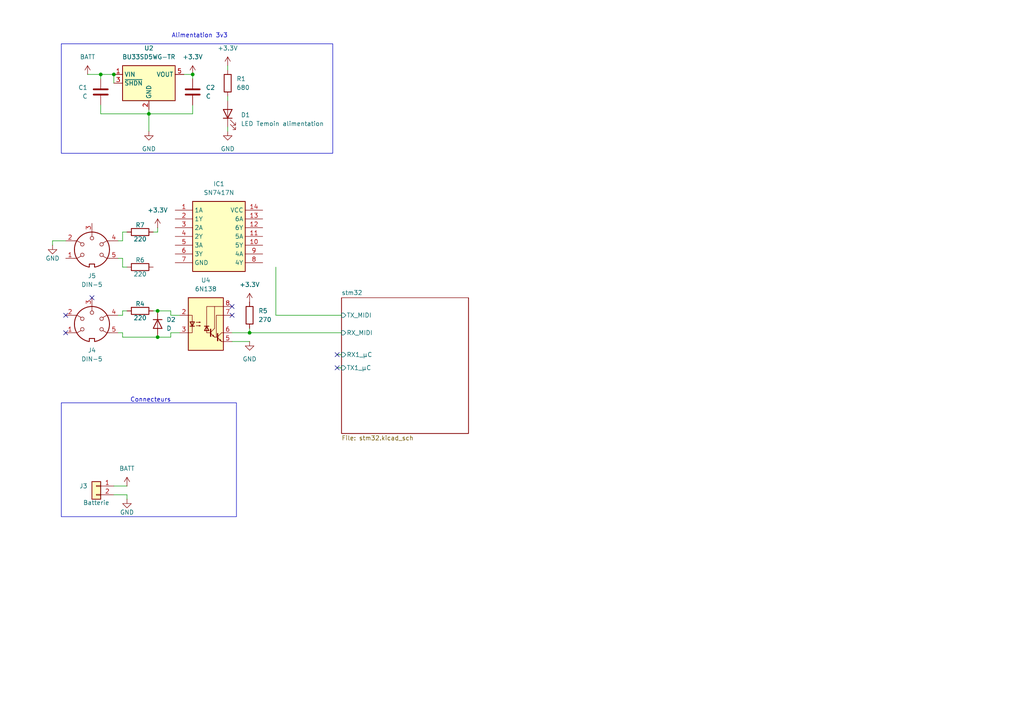
<source format=kicad_sch>
(kicad_sch
	(version 20250114)
	(generator "eeschema")
	(generator_version "9.0")
	(uuid "5e74dd86-eabf-4eac-a6ab-2534adeb335f")
	(paper "A4")
	(lib_symbols
		(symbol "Connector:DIN-5"
			(pin_names
				(offset 1.016)
			)
			(exclude_from_sim no)
			(in_bom yes)
			(on_board yes)
			(property "Reference" "J"
				(at 3.175 5.715 0)
				(effects
					(font
						(size 1.27 1.27)
					)
				)
			)
			(property "Value" "DIN-5"
				(at 0 -6.35 0)
				(effects
					(font
						(size 1.27 1.27)
					)
				)
			)
			(property "Footprint" ""
				(at 0 0 0)
				(effects
					(font
						(size 1.27 1.27)
					)
					(hide yes)
				)
			)
			(property "Datasheet" "http://www.mouser.com/ds/2/18/40_c091_abd_e-75918.pdf"
				(at 0 0 0)
				(effects
					(font
						(size 1.27 1.27)
					)
					(hide yes)
				)
			)
			(property "Description" "5-pin DIN connector"
				(at 0 0 0)
				(effects
					(font
						(size 1.27 1.27)
					)
					(hide yes)
				)
			)
			(property "ki_keywords" "circular DIN connector"
				(at 0 0 0)
				(effects
					(font
						(size 1.27 1.27)
					)
					(hide yes)
				)
			)
			(property "ki_fp_filters" "DIN*"
				(at 0 0 0)
				(effects
					(font
						(size 1.27 1.27)
					)
					(hide yes)
				)
			)
			(symbol "DIN-5_0_1"
				(polyline
					(pts
						(xy -5.08 2.54) (xy -4.318 2.54) (xy -3.175 1.905)
					)
					(stroke
						(width 0)
						(type default)
					)
					(fill
						(type none)
					)
				)
				(polyline
					(pts
						(xy -5.08 -2.54) (xy -4.318 -2.54) (xy -3.175 -1.905)
					)
					(stroke
						(width 0)
						(type default)
					)
					(fill
						(type none)
					)
				)
				(circle
					(center -2.794 1.524)
					(radius 0.508)
					(stroke
						(width 0)
						(type default)
					)
					(fill
						(type none)
					)
				)
				(circle
					(center -2.794 -1.524)
					(radius 0.508)
					(stroke
						(width 0)
						(type default)
					)
					(fill
						(type none)
					)
				)
				(polyline
					(pts
						(xy -0.762 -4.953) (xy -0.762 -4.191) (xy 0.762 -4.191) (xy 0.762 -4.953)
					)
					(stroke
						(width 0.254)
						(type default)
					)
					(fill
						(type none)
					)
				)
				(arc
					(start 5.08 0)
					(mid 3.8673 -3.3444)
					(end 0.762 -5.08)
					(stroke
						(width 0.254)
						(type default)
					)
					(fill
						(type none)
					)
				)
				(polyline
					(pts
						(xy 0 5.08) (xy 0 3.81)
					)
					(stroke
						(width 0)
						(type default)
					)
					(fill
						(type none)
					)
				)
				(circle
					(center 0 3.302)
					(radius 0.508)
					(stroke
						(width 0)
						(type default)
					)
					(fill
						(type none)
					)
				)
				(arc
					(start -5.08 0)
					(mid 0 5.0579)
					(end 5.08 0)
					(stroke
						(width 0.254)
						(type default)
					)
					(fill
						(type none)
					)
				)
				(arc
					(start -0.762 -5.08)
					(mid -3.8597 -3.3379)
					(end -5.08 0)
					(stroke
						(width 0.254)
						(type default)
					)
					(fill
						(type none)
					)
				)
				(circle
					(center 2.794 1.524)
					(radius 0.508)
					(stroke
						(width 0)
						(type default)
					)
					(fill
						(type none)
					)
				)
				(circle
					(center 2.794 -1.524)
					(radius 0.508)
					(stroke
						(width 0)
						(type default)
					)
					(fill
						(type none)
					)
				)
				(polyline
					(pts
						(xy 5.08 2.54) (xy 4.318 2.54) (xy 3.175 1.905)
					)
					(stroke
						(width 0)
						(type default)
					)
					(fill
						(type none)
					)
				)
				(polyline
					(pts
						(xy 5.08 -2.54) (xy 4.318 -2.54) (xy 3.175 -1.905)
					)
					(stroke
						(width 0)
						(type default)
					)
					(fill
						(type none)
					)
				)
			)
			(symbol "DIN-5_1_1"
				(pin passive line
					(at -7.62 2.54 0)
					(length 2.54)
					(name "~"
						(effects
							(font
								(size 1.27 1.27)
							)
						)
					)
					(number "2"
						(effects
							(font
								(size 1.27 1.27)
							)
						)
					)
				)
				(pin passive line
					(at -7.62 -2.54 0)
					(length 2.54)
					(name "~"
						(effects
							(font
								(size 1.27 1.27)
							)
						)
					)
					(number "1"
						(effects
							(font
								(size 1.27 1.27)
							)
						)
					)
				)
				(pin passive line
					(at 0 7.62 270)
					(length 2.54)
					(name "~"
						(effects
							(font
								(size 1.27 1.27)
							)
						)
					)
					(number "3"
						(effects
							(font
								(size 1.27 1.27)
							)
						)
					)
				)
				(pin passive line
					(at 7.62 2.54 180)
					(length 2.54)
					(name "~"
						(effects
							(font
								(size 1.27 1.27)
							)
						)
					)
					(number "4"
						(effects
							(font
								(size 1.27 1.27)
							)
						)
					)
				)
				(pin passive line
					(at 7.62 -2.54 180)
					(length 2.54)
					(name "~"
						(effects
							(font
								(size 1.27 1.27)
							)
						)
					)
					(number "5"
						(effects
							(font
								(size 1.27 1.27)
							)
						)
					)
				)
			)
			(embedded_fonts no)
		)
		(symbol "Connector_Generic:Conn_01x02"
			(pin_names
				(offset 1.016)
				(hide yes)
			)
			(exclude_from_sim no)
			(in_bom yes)
			(on_board yes)
			(property "Reference" "J"
				(at 0 2.54 0)
				(effects
					(font
						(size 1.27 1.27)
					)
				)
			)
			(property "Value" "Conn_01x02"
				(at 0 -5.08 0)
				(effects
					(font
						(size 1.27 1.27)
					)
				)
			)
			(property "Footprint" ""
				(at 0 0 0)
				(effects
					(font
						(size 1.27 1.27)
					)
					(hide yes)
				)
			)
			(property "Datasheet" "~"
				(at 0 0 0)
				(effects
					(font
						(size 1.27 1.27)
					)
					(hide yes)
				)
			)
			(property "Description" "Generic connector, single row, 01x02, script generated (kicad-library-utils/schlib/autogen/connector/)"
				(at 0 0 0)
				(effects
					(font
						(size 1.27 1.27)
					)
					(hide yes)
				)
			)
			(property "ki_keywords" "connector"
				(at 0 0 0)
				(effects
					(font
						(size 1.27 1.27)
					)
					(hide yes)
				)
			)
			(property "ki_fp_filters" "Connector*:*_1x??_*"
				(at 0 0 0)
				(effects
					(font
						(size 1.27 1.27)
					)
					(hide yes)
				)
			)
			(symbol "Conn_01x02_1_1"
				(rectangle
					(start -1.27 1.27)
					(end 1.27 -3.81)
					(stroke
						(width 0.254)
						(type default)
					)
					(fill
						(type background)
					)
				)
				(rectangle
					(start -1.27 0.127)
					(end 0 -0.127)
					(stroke
						(width 0.1524)
						(type default)
					)
					(fill
						(type none)
					)
				)
				(rectangle
					(start -1.27 -2.413)
					(end 0 -2.667)
					(stroke
						(width 0.1524)
						(type default)
					)
					(fill
						(type none)
					)
				)
				(pin passive line
					(at -5.08 0 0)
					(length 3.81)
					(name "Pin_1"
						(effects
							(font
								(size 1.27 1.27)
							)
						)
					)
					(number "1"
						(effects
							(font
								(size 1.27 1.27)
							)
						)
					)
				)
				(pin passive line
					(at -5.08 -2.54 0)
					(length 3.81)
					(name "Pin_2"
						(effects
							(font
								(size 1.27 1.27)
							)
						)
					)
					(number "2"
						(effects
							(font
								(size 1.27 1.27)
							)
						)
					)
				)
			)
			(embedded_fonts no)
		)
		(symbol "Device:C"
			(pin_numbers
				(hide yes)
			)
			(pin_names
				(offset 0.254)
			)
			(exclude_from_sim no)
			(in_bom yes)
			(on_board yes)
			(property "Reference" "C"
				(at 0.635 2.54 0)
				(effects
					(font
						(size 1.27 1.27)
					)
					(justify left)
				)
			)
			(property "Value" "C"
				(at 0.635 -2.54 0)
				(effects
					(font
						(size 1.27 1.27)
					)
					(justify left)
				)
			)
			(property "Footprint" ""
				(at 0.9652 -3.81 0)
				(effects
					(font
						(size 1.27 1.27)
					)
					(hide yes)
				)
			)
			(property "Datasheet" "~"
				(at 0 0 0)
				(effects
					(font
						(size 1.27 1.27)
					)
					(hide yes)
				)
			)
			(property "Description" "Unpolarized capacitor"
				(at 0 0 0)
				(effects
					(font
						(size 1.27 1.27)
					)
					(hide yes)
				)
			)
			(property "ki_keywords" "cap capacitor"
				(at 0 0 0)
				(effects
					(font
						(size 1.27 1.27)
					)
					(hide yes)
				)
			)
			(property "ki_fp_filters" "C_*"
				(at 0 0 0)
				(effects
					(font
						(size 1.27 1.27)
					)
					(hide yes)
				)
			)
			(symbol "C_0_1"
				(polyline
					(pts
						(xy -2.032 0.762) (xy 2.032 0.762)
					)
					(stroke
						(width 0.508)
						(type default)
					)
					(fill
						(type none)
					)
				)
				(polyline
					(pts
						(xy -2.032 -0.762) (xy 2.032 -0.762)
					)
					(stroke
						(width 0.508)
						(type default)
					)
					(fill
						(type none)
					)
				)
			)
			(symbol "C_1_1"
				(pin passive line
					(at 0 3.81 270)
					(length 2.794)
					(name "~"
						(effects
							(font
								(size 1.27 1.27)
							)
						)
					)
					(number "1"
						(effects
							(font
								(size 1.27 1.27)
							)
						)
					)
				)
				(pin passive line
					(at 0 -3.81 90)
					(length 2.794)
					(name "~"
						(effects
							(font
								(size 1.27 1.27)
							)
						)
					)
					(number "2"
						(effects
							(font
								(size 1.27 1.27)
							)
						)
					)
				)
			)
			(embedded_fonts no)
		)
		(symbol "Device:D"
			(pin_numbers
				(hide yes)
			)
			(pin_names
				(offset 1.016)
				(hide yes)
			)
			(exclude_from_sim no)
			(in_bom yes)
			(on_board yes)
			(property "Reference" "D"
				(at 0 2.54 0)
				(effects
					(font
						(size 1.27 1.27)
					)
				)
			)
			(property "Value" "D"
				(at 0 -2.54 0)
				(effects
					(font
						(size 1.27 1.27)
					)
				)
			)
			(property "Footprint" ""
				(at 0 0 0)
				(effects
					(font
						(size 1.27 1.27)
					)
					(hide yes)
				)
			)
			(property "Datasheet" "~"
				(at 0 0 0)
				(effects
					(font
						(size 1.27 1.27)
					)
					(hide yes)
				)
			)
			(property "Description" "Diode"
				(at 0 0 0)
				(effects
					(font
						(size 1.27 1.27)
					)
					(hide yes)
				)
			)
			(property "Sim.Device" "D"
				(at 0 0 0)
				(effects
					(font
						(size 1.27 1.27)
					)
					(hide yes)
				)
			)
			(property "Sim.Pins" "1=K 2=A"
				(at 0 0 0)
				(effects
					(font
						(size 1.27 1.27)
					)
					(hide yes)
				)
			)
			(property "ki_keywords" "diode"
				(at 0 0 0)
				(effects
					(font
						(size 1.27 1.27)
					)
					(hide yes)
				)
			)
			(property "ki_fp_filters" "TO-???* *_Diode_* *SingleDiode* D_*"
				(at 0 0 0)
				(effects
					(font
						(size 1.27 1.27)
					)
					(hide yes)
				)
			)
			(symbol "D_0_1"
				(polyline
					(pts
						(xy -1.27 1.27) (xy -1.27 -1.27)
					)
					(stroke
						(width 0.254)
						(type default)
					)
					(fill
						(type none)
					)
				)
				(polyline
					(pts
						(xy 1.27 1.27) (xy 1.27 -1.27) (xy -1.27 0) (xy 1.27 1.27)
					)
					(stroke
						(width 0.254)
						(type default)
					)
					(fill
						(type none)
					)
				)
				(polyline
					(pts
						(xy 1.27 0) (xy -1.27 0)
					)
					(stroke
						(width 0)
						(type default)
					)
					(fill
						(type none)
					)
				)
			)
			(symbol "D_1_1"
				(pin passive line
					(at -3.81 0 0)
					(length 2.54)
					(name "K"
						(effects
							(font
								(size 1.27 1.27)
							)
						)
					)
					(number "1"
						(effects
							(font
								(size 1.27 1.27)
							)
						)
					)
				)
				(pin passive line
					(at 3.81 0 180)
					(length 2.54)
					(name "A"
						(effects
							(font
								(size 1.27 1.27)
							)
						)
					)
					(number "2"
						(effects
							(font
								(size 1.27 1.27)
							)
						)
					)
				)
			)
			(embedded_fonts no)
		)
		(symbol "Device:LED"
			(pin_numbers
				(hide yes)
			)
			(pin_names
				(offset 1.016)
				(hide yes)
			)
			(exclude_from_sim no)
			(in_bom yes)
			(on_board yes)
			(property "Reference" "D"
				(at 0 2.54 0)
				(effects
					(font
						(size 1.27 1.27)
					)
				)
			)
			(property "Value" "LED"
				(at 0 -2.54 0)
				(effects
					(font
						(size 1.27 1.27)
					)
				)
			)
			(property "Footprint" ""
				(at 0 0 0)
				(effects
					(font
						(size 1.27 1.27)
					)
					(hide yes)
				)
			)
			(property "Datasheet" "~"
				(at 0 0 0)
				(effects
					(font
						(size 1.27 1.27)
					)
					(hide yes)
				)
			)
			(property "Description" "Light emitting diode"
				(at 0 0 0)
				(effects
					(font
						(size 1.27 1.27)
					)
					(hide yes)
				)
			)
			(property "Sim.Pins" "1=K 2=A"
				(at 0 0 0)
				(effects
					(font
						(size 1.27 1.27)
					)
					(hide yes)
				)
			)
			(property "ki_keywords" "LED diode"
				(at 0 0 0)
				(effects
					(font
						(size 1.27 1.27)
					)
					(hide yes)
				)
			)
			(property "ki_fp_filters" "LED* LED_SMD:* LED_THT:*"
				(at 0 0 0)
				(effects
					(font
						(size 1.27 1.27)
					)
					(hide yes)
				)
			)
			(symbol "LED_0_1"
				(polyline
					(pts
						(xy -3.048 -0.762) (xy -4.572 -2.286) (xy -3.81 -2.286) (xy -4.572 -2.286) (xy -4.572 -1.524)
					)
					(stroke
						(width 0)
						(type default)
					)
					(fill
						(type none)
					)
				)
				(polyline
					(pts
						(xy -1.778 -0.762) (xy -3.302 -2.286) (xy -2.54 -2.286) (xy -3.302 -2.286) (xy -3.302 -1.524)
					)
					(stroke
						(width 0)
						(type default)
					)
					(fill
						(type none)
					)
				)
				(polyline
					(pts
						(xy -1.27 0) (xy 1.27 0)
					)
					(stroke
						(width 0)
						(type default)
					)
					(fill
						(type none)
					)
				)
				(polyline
					(pts
						(xy -1.27 -1.27) (xy -1.27 1.27)
					)
					(stroke
						(width 0.254)
						(type default)
					)
					(fill
						(type none)
					)
				)
				(polyline
					(pts
						(xy 1.27 -1.27) (xy 1.27 1.27) (xy -1.27 0) (xy 1.27 -1.27)
					)
					(stroke
						(width 0.254)
						(type default)
					)
					(fill
						(type none)
					)
				)
			)
			(symbol "LED_1_1"
				(pin passive line
					(at -3.81 0 0)
					(length 2.54)
					(name "K"
						(effects
							(font
								(size 1.27 1.27)
							)
						)
					)
					(number "1"
						(effects
							(font
								(size 1.27 1.27)
							)
						)
					)
				)
				(pin passive line
					(at 3.81 0 180)
					(length 2.54)
					(name "A"
						(effects
							(font
								(size 1.27 1.27)
							)
						)
					)
					(number "2"
						(effects
							(font
								(size 1.27 1.27)
							)
						)
					)
				)
			)
			(embedded_fonts no)
		)
		(symbol "Device:R"
			(pin_numbers
				(hide yes)
			)
			(pin_names
				(offset 0)
			)
			(exclude_from_sim no)
			(in_bom yes)
			(on_board yes)
			(property "Reference" "R"
				(at 2.032 0 90)
				(effects
					(font
						(size 1.27 1.27)
					)
				)
			)
			(property "Value" "R"
				(at 0 0 90)
				(effects
					(font
						(size 1.27 1.27)
					)
				)
			)
			(property "Footprint" ""
				(at -1.778 0 90)
				(effects
					(font
						(size 1.27 1.27)
					)
					(hide yes)
				)
			)
			(property "Datasheet" "~"
				(at 0 0 0)
				(effects
					(font
						(size 1.27 1.27)
					)
					(hide yes)
				)
			)
			(property "Description" "Resistor"
				(at 0 0 0)
				(effects
					(font
						(size 1.27 1.27)
					)
					(hide yes)
				)
			)
			(property "ki_keywords" "R res resistor"
				(at 0 0 0)
				(effects
					(font
						(size 1.27 1.27)
					)
					(hide yes)
				)
			)
			(property "ki_fp_filters" "R_*"
				(at 0 0 0)
				(effects
					(font
						(size 1.27 1.27)
					)
					(hide yes)
				)
			)
			(symbol "R_0_1"
				(rectangle
					(start -1.016 -2.54)
					(end 1.016 2.54)
					(stroke
						(width 0.254)
						(type default)
					)
					(fill
						(type none)
					)
				)
			)
			(symbol "R_1_1"
				(pin passive line
					(at 0 3.81 270)
					(length 1.27)
					(name "~"
						(effects
							(font
								(size 1.27 1.27)
							)
						)
					)
					(number "1"
						(effects
							(font
								(size 1.27 1.27)
							)
						)
					)
				)
				(pin passive line
					(at 0 -3.81 90)
					(length 1.27)
					(name "~"
						(effects
							(font
								(size 1.27 1.27)
							)
						)
					)
					(number "2"
						(effects
							(font
								(size 1.27 1.27)
							)
						)
					)
				)
			)
			(embedded_fonts no)
		)
		(symbol "Isolator:6N138"
			(pin_names
				(offset 1.016)
				(hide yes)
			)
			(exclude_from_sim no)
			(in_bom yes)
			(on_board yes)
			(property "Reference" "U"
				(at -4.064 8.89 0)
				(effects
					(font
						(size 1.27 1.27)
					)
				)
			)
			(property "Value" "6N138"
				(at 2.286 8.89 0)
				(effects
					(font
						(size 1.27 1.27)
					)
				)
			)
			(property "Footprint" ""
				(at 7.366 -7.62 0)
				(effects
					(font
						(size 1.27 1.27)
					)
					(hide yes)
				)
			)
			(property "Datasheet" "http://www.onsemi.com/pub/Collateral/HCPL2731-D.pdf"
				(at 7.366 -7.62 0)
				(effects
					(font
						(size 1.27 1.27)
					)
					(hide yes)
				)
			)
			(property "Description" "Low Input Current high Gain Split Darlington Optocouplers, -0.5V to 7V VDD, DIP-8"
				(at 0 0 0)
				(effects
					(font
						(size 1.27 1.27)
					)
					(hide yes)
				)
			)
			(property "ki_keywords" "darlington optocoupler"
				(at 0 0 0)
				(effects
					(font
						(size 1.27 1.27)
					)
					(hide yes)
				)
			)
			(property "ki_fp_filters" "DIP*W7.62mm* SMDIP*W9.53mm*"
				(at 0 0 0)
				(effects
					(font
						(size 1.27 1.27)
					)
					(hide yes)
				)
			)
			(symbol "6N138_0_1"
				(rectangle
					(start -5.08 7.62)
					(end 5.08 -7.62)
					(stroke
						(width 0.254)
						(type default)
					)
					(fill
						(type background)
					)
				)
				(polyline
					(pts
						(xy -5.08 -2.54) (xy -3.937 -2.54) (xy -3.937 2.54) (xy -5.08 2.54)
					)
					(stroke
						(width 0)
						(type default)
					)
					(fill
						(type none)
					)
				)
				(polyline
					(pts
						(xy -4.572 -0.635) (xy -3.302 -0.635)
					)
					(stroke
						(width 0.254)
						(type default)
					)
					(fill
						(type none)
					)
				)
				(polyline
					(pts
						(xy -3.937 -0.635) (xy -4.572 0.635) (xy -3.302 0.635) (xy -3.937 -0.635)
					)
					(stroke
						(width 0.254)
						(type default)
					)
					(fill
						(type none)
					)
				)
				(polyline
					(pts
						(xy -2.794 0.508) (xy -1.524 0.508) (xy -1.905 0.381) (xy -1.905 0.635) (xy -1.524 0.508)
					)
					(stroke
						(width 0)
						(type default)
					)
					(fill
						(type none)
					)
				)
				(polyline
					(pts
						(xy -2.794 -0.508) (xy -1.524 -0.508) (xy -1.905 -0.635) (xy -1.905 -0.381) (xy -1.524 -0.508)
					)
					(stroke
						(width 0)
						(type default)
					)
					(fill
						(type none)
					)
				)
				(polyline
					(pts
						(xy 0.254 -0.635) (xy 0.889 -1.905) (xy -0.381 -1.905) (xy 0.254 -0.635)
					)
					(stroke
						(width 0.254)
						(type default)
					)
					(fill
						(type none)
					)
				)
				(polyline
					(pts
						(xy 0.889 -0.635) (xy -0.381 -0.635)
					)
					(stroke
						(width 0.254)
						(type default)
					)
					(fill
						(type none)
					)
				)
				(polyline
					(pts
						(xy 1.27 -2.54) (xy 0.254 -2.54) (xy 0.254 5.08) (xy 2.54 5.08)
					)
					(stroke
						(width 0)
						(type default)
					)
					(fill
						(type none)
					)
				)
				(polyline
					(pts
						(xy 1.397 -1.524) (xy 1.397 -3.556) (xy 1.397 -3.556)
					)
					(stroke
						(width 0.3556)
						(type default)
					)
					(fill
						(type none)
					)
				)
				(polyline
					(pts
						(xy 1.397 -2.413) (xy 2.54 -1.27)
					)
					(stroke
						(width 0)
						(type default)
					)
					(fill
						(type none)
					)
				)
				(polyline
					(pts
						(xy 1.397 -2.667) (xy 2.54 -3.81)
					)
					(stroke
						(width 0)
						(type default)
					)
					(fill
						(type none)
					)
				)
				(polyline
					(pts
						(xy 2.413 -3.683) (xy 2.159 -3.175) (xy 1.905 -3.429) (xy 2.413 -3.683)
					)
					(stroke
						(width 0)
						(type default)
					)
					(fill
						(type none)
					)
				)
				(polyline
					(pts
						(xy 2.54 -1.27) (xy 2.54 5.08) (xy 5.08 5.08)
					)
					(stroke
						(width 0)
						(type default)
					)
					(fill
						(type none)
					)
				)
				(polyline
					(pts
						(xy 2.54 -3.81) (xy 3.175 -3.81)
					)
					(stroke
						(width 0)
						(type default)
					)
					(fill
						(type none)
					)
				)
				(polyline
					(pts
						(xy 3.429 -2.794) (xy 3.429 -4.826) (xy 3.429 -4.826)
					)
					(stroke
						(width 0.3556)
						(type default)
					)
					(fill
						(type none)
					)
				)
				(polyline
					(pts
						(xy 3.429 -3.683) (xy 4.572 -2.54)
					)
					(stroke
						(width 0)
						(type default)
					)
					(fill
						(type none)
					)
				)
				(polyline
					(pts
						(xy 3.429 -3.937) (xy 4.572 -5.08)
					)
					(stroke
						(width 0)
						(type default)
					)
					(fill
						(type none)
					)
				)
				(polyline
					(pts
						(xy 4.445 -4.953) (xy 4.191 -4.445) (xy 3.937 -4.699) (xy 4.445 -4.953)
					)
					(stroke
						(width 0)
						(type default)
					)
					(fill
						(type none)
					)
				)
				(polyline
					(pts
						(xy 4.572 -2.54) (xy 5.08 -2.54)
					)
					(stroke
						(width 0)
						(type default)
					)
					(fill
						(type none)
					)
				)
				(polyline
					(pts
						(xy 4.572 -5.08) (xy 5.08 -5.08)
					)
					(stroke
						(width 0)
						(type default)
					)
					(fill
						(type none)
					)
				)
				(polyline
					(pts
						(xy 5.08 2.54) (xy 3.048 2.54) (xy 3.048 -3.81)
					)
					(stroke
						(width 0)
						(type default)
					)
					(fill
						(type none)
					)
				)
			)
			(symbol "6N138_1_1"
				(pin passive line
					(at -7.62 2.54 0)
					(length 2.54)
					(name "C1"
						(effects
							(font
								(size 1.27 1.27)
							)
						)
					)
					(number "2"
						(effects
							(font
								(size 1.27 1.27)
							)
						)
					)
				)
				(pin passive line
					(at -7.62 -2.54 0)
					(length 2.54)
					(name "C2"
						(effects
							(font
								(size 1.27 1.27)
							)
						)
					)
					(number "3"
						(effects
							(font
								(size 1.27 1.27)
							)
						)
					)
				)
				(pin no_connect line
					(at -5.08 5.08 0)
					(length 2.54)
					(hide yes)
					(name "NC"
						(effects
							(font
								(size 1.27 1.27)
							)
						)
					)
					(number "1"
						(effects
							(font
								(size 1.27 1.27)
							)
						)
					)
				)
				(pin no_connect line
					(at -5.08 -5.08 0)
					(length 2.54)
					(hide yes)
					(name "NC"
						(effects
							(font
								(size 1.27 1.27)
							)
						)
					)
					(number "4"
						(effects
							(font
								(size 1.27 1.27)
							)
						)
					)
				)
				(pin passive line
					(at 7.62 5.08 180)
					(length 2.54)
					(name "VCC"
						(effects
							(font
								(size 1.27 1.27)
							)
						)
					)
					(number "8"
						(effects
							(font
								(size 1.27 1.27)
							)
						)
					)
				)
				(pin passive line
					(at 7.62 2.54 180)
					(length 2.54)
					(name "VO1"
						(effects
							(font
								(size 1.27 1.27)
							)
						)
					)
					(number "7"
						(effects
							(font
								(size 1.27 1.27)
							)
						)
					)
				)
				(pin passive line
					(at 7.62 -2.54 180)
					(length 2.54)
					(name "VO2"
						(effects
							(font
								(size 1.27 1.27)
							)
						)
					)
					(number "6"
						(effects
							(font
								(size 1.27 1.27)
							)
						)
					)
				)
				(pin passive line
					(at 7.62 -5.08 180)
					(length 2.54)
					(name "GND"
						(effects
							(font
								(size 1.27 1.27)
							)
						)
					)
					(number "5"
						(effects
							(font
								(size 1.27 1.27)
							)
						)
					)
				)
			)
			(embedded_fonts no)
		)
		(symbol "Regulator_Linear:MCP1802x-xx02xOT"
			(exclude_from_sim no)
			(in_bom yes)
			(on_board yes)
			(property "Reference" "U"
				(at -6.35 6.35 0)
				(effects
					(font
						(size 1.27 1.27)
					)
					(justify left)
				)
			)
			(property "Value" "MCP1802x-xx02xOT"
				(at 0 6.35 0)
				(effects
					(font
						(size 1.27 1.27)
					)
					(justify left)
				)
			)
			(property "Footprint" "Package_TO_SOT_SMD:SOT-23-5"
				(at -6.35 8.89 0)
				(effects
					(font
						(size 1.27 1.27)
						(italic yes)
					)
					(justify left)
					(hide yes)
				)
			)
			(property "Datasheet" "http://ww1.microchip.com/downloads/en/DeviceDoc/22053C.pdf"
				(at 0 -2.54 0)
				(effects
					(font
						(size 1.27 1.27)
					)
					(hide yes)
				)
			)
			(property "Description" "150mA, Tiny CMOS LDO With Shutdown, Fixed Voltage, SOT-23-5"
				(at 0 0 0)
				(effects
					(font
						(size 1.27 1.27)
					)
					(hide yes)
				)
			)
			(property "ki_keywords" "LDO Linear Voltage Regulator"
				(at 0 0 0)
				(effects
					(font
						(size 1.27 1.27)
					)
					(hide yes)
				)
			)
			(property "ki_fp_filters" "SOT?23*"
				(at 0 0 0)
				(effects
					(font
						(size 1.27 1.27)
					)
					(hide yes)
				)
			)
			(symbol "MCP1802x-xx02xOT_0_1"
				(rectangle
					(start -7.62 5.08)
					(end 7.62 -5.08)
					(stroke
						(width 0.254)
						(type default)
					)
					(fill
						(type background)
					)
				)
			)
			(symbol "MCP1802x-xx02xOT_1_1"
				(pin power_in line
					(at -10.16 2.54 0)
					(length 2.54)
					(name "VIN"
						(effects
							(font
								(size 1.27 1.27)
							)
						)
					)
					(number "1"
						(effects
							(font
								(size 1.27 1.27)
							)
						)
					)
				)
				(pin input line
					(at -10.16 0 0)
					(length 2.54)
					(name "~{SHDN}"
						(effects
							(font
								(size 1.27 1.27)
							)
						)
					)
					(number "3"
						(effects
							(font
								(size 1.27 1.27)
							)
						)
					)
				)
				(pin power_in line
					(at 0 -7.62 90)
					(length 2.54)
					(name "GND"
						(effects
							(font
								(size 1.27 1.27)
							)
						)
					)
					(number "2"
						(effects
							(font
								(size 1.27 1.27)
							)
						)
					)
				)
				(pin no_connect line
					(at 7.62 0 180)
					(length 2.54)
					(hide yes)
					(name "NC"
						(effects
							(font
								(size 1.27 1.27)
							)
						)
					)
					(number "4"
						(effects
							(font
								(size 1.27 1.27)
							)
						)
					)
				)
				(pin power_out line
					(at 10.16 2.54 180)
					(length 2.54)
					(name "VOUT"
						(effects
							(font
								(size 1.27 1.27)
							)
						)
					)
					(number "5"
						(effects
							(font
								(size 1.27 1.27)
							)
						)
					)
				)
			)
			(embedded_fonts no)
		)
		(symbol "SN74:SN7417N"
			(exclude_from_sim no)
			(in_bom yes)
			(on_board yes)
			(property "Reference" "IC"
				(at 21.59 7.62 0)
				(effects
					(font
						(size 1.27 1.27)
					)
					(justify left top)
				)
			)
			(property "Value" "SN7417N"
				(at 21.59 5.08 0)
				(effects
					(font
						(size 1.27 1.27)
					)
					(justify left top)
				)
			)
			(property "Footprint" "DIP794W53P254L1930H508Q14N"
				(at 21.59 -94.92 0)
				(effects
					(font
						(size 1.27 1.27)
					)
					(justify left top)
					(hide yes)
				)
			)
			(property "Datasheet" "http://www.ti.com/lit/gpn/sn7417"
				(at 21.59 -194.92 0)
				(effects
					(font
						(size 1.27 1.27)
					)
					(justify left top)
					(hide yes)
				)
			)
			(property "Description" "Hex Buffers/Drivers With Open-Collector High-Voltage Outputs"
				(at 0 0 0)
				(effects
					(font
						(size 1.27 1.27)
					)
					(hide yes)
				)
			)
			(property "Height" "5.08"
				(at 21.59 -394.92 0)
				(effects
					(font
						(size 1.27 1.27)
					)
					(justify left top)
					(hide yes)
				)
			)
			(property "Manufacturer_Name" "Texas Instruments"
				(at 21.59 -494.92 0)
				(effects
					(font
						(size 1.27 1.27)
					)
					(justify left top)
					(hide yes)
				)
			)
			(property "Manufacturer_Part_Number" "SN7417N"
				(at 21.59 -594.92 0)
				(effects
					(font
						(size 1.27 1.27)
					)
					(justify left top)
					(hide yes)
				)
			)
			(property "Mouser Part Number" "595-SN7417N"
				(at 21.59 -694.92 0)
				(effects
					(font
						(size 1.27 1.27)
					)
					(justify left top)
					(hide yes)
				)
			)
			(property "Mouser Price/Stock" "https://www.mouser.co.uk/ProductDetail/Texas-Instruments/SN7417N?qs=rgxfVHSNRPW2P%252BfiJNxH%2FA%3D%3D"
				(at 21.59 -794.92 0)
				(effects
					(font
						(size 1.27 1.27)
					)
					(justify left top)
					(hide yes)
				)
			)
			(property "Arrow Part Number" "SN7417N"
				(at 21.59 -894.92 0)
				(effects
					(font
						(size 1.27 1.27)
					)
					(justify left top)
					(hide yes)
				)
			)
			(property "Arrow Price/Stock" "https://www.arrow.com/en/products/sn7417n/texas-instruments?region=nac"
				(at 21.59 -994.92 0)
				(effects
					(font
						(size 1.27 1.27)
					)
					(justify left top)
					(hide yes)
				)
			)
			(symbol "SN7417N_1_1"
				(rectangle
					(start 5.08 2.54)
					(end 20.32 -17.78)
					(stroke
						(width 0.254)
						(type default)
					)
					(fill
						(type background)
					)
				)
				(pin passive line
					(at 0 0 0)
					(length 5.08)
					(name "1A"
						(effects
							(font
								(size 1.27 1.27)
							)
						)
					)
					(number "1"
						(effects
							(font
								(size 1.27 1.27)
							)
						)
					)
				)
				(pin passive line
					(at 0 -2.54 0)
					(length 5.08)
					(name "1Y"
						(effects
							(font
								(size 1.27 1.27)
							)
						)
					)
					(number "2"
						(effects
							(font
								(size 1.27 1.27)
							)
						)
					)
				)
				(pin passive line
					(at 0 -5.08 0)
					(length 5.08)
					(name "2A"
						(effects
							(font
								(size 1.27 1.27)
							)
						)
					)
					(number "3"
						(effects
							(font
								(size 1.27 1.27)
							)
						)
					)
				)
				(pin passive line
					(at 0 -7.62 0)
					(length 5.08)
					(name "2Y"
						(effects
							(font
								(size 1.27 1.27)
							)
						)
					)
					(number "4"
						(effects
							(font
								(size 1.27 1.27)
							)
						)
					)
				)
				(pin passive line
					(at 0 -10.16 0)
					(length 5.08)
					(name "3A"
						(effects
							(font
								(size 1.27 1.27)
							)
						)
					)
					(number "5"
						(effects
							(font
								(size 1.27 1.27)
							)
						)
					)
				)
				(pin passive line
					(at 0 -12.7 0)
					(length 5.08)
					(name "3Y"
						(effects
							(font
								(size 1.27 1.27)
							)
						)
					)
					(number "6"
						(effects
							(font
								(size 1.27 1.27)
							)
						)
					)
				)
				(pin passive line
					(at 0 -15.24 0)
					(length 5.08)
					(name "GND"
						(effects
							(font
								(size 1.27 1.27)
							)
						)
					)
					(number "7"
						(effects
							(font
								(size 1.27 1.27)
							)
						)
					)
				)
				(pin passive line
					(at 25.4 0 180)
					(length 5.08)
					(name "VCC"
						(effects
							(font
								(size 1.27 1.27)
							)
						)
					)
					(number "14"
						(effects
							(font
								(size 1.27 1.27)
							)
						)
					)
				)
				(pin passive line
					(at 25.4 -2.54 180)
					(length 5.08)
					(name "6A"
						(effects
							(font
								(size 1.27 1.27)
							)
						)
					)
					(number "13"
						(effects
							(font
								(size 1.27 1.27)
							)
						)
					)
				)
				(pin passive line
					(at 25.4 -5.08 180)
					(length 5.08)
					(name "6Y"
						(effects
							(font
								(size 1.27 1.27)
							)
						)
					)
					(number "12"
						(effects
							(font
								(size 1.27 1.27)
							)
						)
					)
				)
				(pin passive line
					(at 25.4 -7.62 180)
					(length 5.08)
					(name "5A"
						(effects
							(font
								(size 1.27 1.27)
							)
						)
					)
					(number "11"
						(effects
							(font
								(size 1.27 1.27)
							)
						)
					)
				)
				(pin passive line
					(at 25.4 -10.16 180)
					(length 5.08)
					(name "5Y"
						(effects
							(font
								(size 1.27 1.27)
							)
						)
					)
					(number "10"
						(effects
							(font
								(size 1.27 1.27)
							)
						)
					)
				)
				(pin passive line
					(at 25.4 -12.7 180)
					(length 5.08)
					(name "4A"
						(effects
							(font
								(size 1.27 1.27)
							)
						)
					)
					(number "9"
						(effects
							(font
								(size 1.27 1.27)
							)
						)
					)
				)
				(pin passive line
					(at 25.4 -15.24 180)
					(length 5.08)
					(name "4Y"
						(effects
							(font
								(size 1.27 1.27)
							)
						)
					)
					(number "8"
						(effects
							(font
								(size 1.27 1.27)
							)
						)
					)
				)
			)
			(embedded_fonts no)
		)
		(symbol "power:+3.3V"
			(power)
			(pin_numbers
				(hide yes)
			)
			(pin_names
				(offset 0)
				(hide yes)
			)
			(exclude_from_sim no)
			(in_bom yes)
			(on_board yes)
			(property "Reference" "#PWR"
				(at 0 -3.81 0)
				(effects
					(font
						(size 1.27 1.27)
					)
					(hide yes)
				)
			)
			(property "Value" "+3.3V"
				(at 0 3.556 0)
				(effects
					(font
						(size 1.27 1.27)
					)
				)
			)
			(property "Footprint" ""
				(at 0 0 0)
				(effects
					(font
						(size 1.27 1.27)
					)
					(hide yes)
				)
			)
			(property "Datasheet" ""
				(at 0 0 0)
				(effects
					(font
						(size 1.27 1.27)
					)
					(hide yes)
				)
			)
			(property "Description" "Power symbol creates a global label with name \"+3.3V\""
				(at 0 0 0)
				(effects
					(font
						(size 1.27 1.27)
					)
					(hide yes)
				)
			)
			(property "ki_keywords" "global power"
				(at 0 0 0)
				(effects
					(font
						(size 1.27 1.27)
					)
					(hide yes)
				)
			)
			(symbol "+3.3V_0_1"
				(polyline
					(pts
						(xy -0.762 1.27) (xy 0 2.54)
					)
					(stroke
						(width 0)
						(type default)
					)
					(fill
						(type none)
					)
				)
				(polyline
					(pts
						(xy 0 2.54) (xy 0.762 1.27)
					)
					(stroke
						(width 0)
						(type default)
					)
					(fill
						(type none)
					)
				)
				(polyline
					(pts
						(xy 0 0) (xy 0 2.54)
					)
					(stroke
						(width 0)
						(type default)
					)
					(fill
						(type none)
					)
				)
			)
			(symbol "+3.3V_1_1"
				(pin power_in line
					(at 0 0 90)
					(length 0)
					(name "~"
						(effects
							(font
								(size 1.27 1.27)
							)
						)
					)
					(number "1"
						(effects
							(font
								(size 1.27 1.27)
							)
						)
					)
				)
			)
			(embedded_fonts no)
		)
		(symbol "power:GND"
			(power)
			(pin_numbers
				(hide yes)
			)
			(pin_names
				(offset 0)
				(hide yes)
			)
			(exclude_from_sim no)
			(in_bom yes)
			(on_board yes)
			(property "Reference" "#PWR"
				(at 0 -6.35 0)
				(effects
					(font
						(size 1.27 1.27)
					)
					(hide yes)
				)
			)
			(property "Value" "GND"
				(at 0 -3.81 0)
				(effects
					(font
						(size 1.27 1.27)
					)
				)
			)
			(property "Footprint" ""
				(at 0 0 0)
				(effects
					(font
						(size 1.27 1.27)
					)
					(hide yes)
				)
			)
			(property "Datasheet" ""
				(at 0 0 0)
				(effects
					(font
						(size 1.27 1.27)
					)
					(hide yes)
				)
			)
			(property "Description" "Power symbol creates a global label with name \"GND\" , ground"
				(at 0 0 0)
				(effects
					(font
						(size 1.27 1.27)
					)
					(hide yes)
				)
			)
			(property "ki_keywords" "global power"
				(at 0 0 0)
				(effects
					(font
						(size 1.27 1.27)
					)
					(hide yes)
				)
			)
			(symbol "GND_0_1"
				(polyline
					(pts
						(xy 0 0) (xy 0 -1.27) (xy 1.27 -1.27) (xy 0 -2.54) (xy -1.27 -1.27) (xy 0 -1.27)
					)
					(stroke
						(width 0)
						(type default)
					)
					(fill
						(type none)
					)
				)
			)
			(symbol "GND_1_1"
				(pin power_in line
					(at 0 0 270)
					(length 0)
					(name "~"
						(effects
							(font
								(size 1.27 1.27)
							)
						)
					)
					(number "1"
						(effects
							(font
								(size 1.27 1.27)
							)
						)
					)
				)
			)
			(embedded_fonts no)
		)
	)
	(rectangle
		(start 17.78 116.84)
		(end 68.58 149.86)
		(stroke
			(width 0)
			(type default)
		)
		(fill
			(type none)
		)
		(uuid 856dd2b2-4e47-4fb6-97f4-e8aa08a34250)
	)
	(rectangle
		(start 17.78 12.7)
		(end 96.52 44.45)
		(stroke
			(width 0)
			(type default)
		)
		(fill
			(type none)
		)
		(uuid ba5ecf36-bb4f-4953-963c-97c1ac895ad3)
	)
	(text "Connecteurs\n"
		(exclude_from_sim no)
		(at 43.688 116.078 0)
		(effects
			(font
				(size 1.27 1.27)
			)
		)
		(uuid "d5a9bfb7-8c07-426e-b18c-cc8b3fa264b9")
	)
	(text "Alimentation 3v3\n\n"
		(exclude_from_sim no)
		(at 57.912 11.43 0)
		(effects
			(font
				(size 1.27 1.27)
			)
		)
		(uuid "f4a2e697-86fa-4e83-aa94-35c4be6a6caf")
	)
	(junction
		(at 33.02 21.59)
		(diameter 0)
		(color 0 0 0 0)
		(uuid "00a0c4c4-a78a-4128-ab09-4097951bf9bd")
	)
	(junction
		(at 43.18 33.02)
		(diameter 0)
		(color 0 0 0 0)
		(uuid "26b2778f-e7b0-4ea3-938f-3427721d134a")
	)
	(junction
		(at 29.21 21.59)
		(diameter 0)
		(color 0 0 0 0)
		(uuid "2d0cf3bb-414b-4212-a31e-b703d57cdbed")
	)
	(junction
		(at 72.39 96.52)
		(diameter 0)
		(color 0 0 0 0)
		(uuid "6936dd79-82aa-4bc8-839f-171cb16e4110")
	)
	(junction
		(at 45.72 97.79)
		(diameter 0)
		(color 0 0 0 0)
		(uuid "917f1604-fdb9-42df-90e0-0df3175bd313")
	)
	(junction
		(at 55.88 21.59)
		(diameter 0)
		(color 0 0 0 0)
		(uuid "c08ce143-986b-4856-9156-8fb670d2998b")
	)
	(junction
		(at 45.72 90.17)
		(diameter 0)
		(color 0 0 0 0)
		(uuid "dffda2a6-2717-4212-b1ab-37bb9fe26a8a")
	)
	(no_connect
		(at 19.05 96.52)
		(uuid "00cbed16-d363-4eba-a1ff-96588ae953d6")
	)
	(no_connect
		(at 97.79 102.87)
		(uuid "01009f76-d6f1-4dfa-afdd-5532686d7d02")
	)
	(no_connect
		(at 67.31 88.9)
		(uuid "2d7c7a4a-e59d-4b95-9257-4dfb234015eb")
	)
	(no_connect
		(at 19.05 91.44)
		(uuid "45bb2e16-b668-463a-95cf-fc9b3fcd84d7")
	)
	(no_connect
		(at 97.79 106.68)
		(uuid "6c5b78e0-ba30-4c20-80a3-0c115fd5df33")
	)
	(no_connect
		(at 67.31 91.44)
		(uuid "c0c4e685-7e23-4190-ad76-3dcd3b63f011")
	)
	(no_connect
		(at 26.67 86.36)
		(uuid "fe805ff2-6c8b-4404-95e9-f87ad2c334a1")
	)
	(wire
		(pts
			(xy 66.04 36.83) (xy 66.04 38.1)
		)
		(stroke
			(width 0)
			(type default)
		)
		(uuid "046dbe5a-7c2f-4688-a932-e08a153d6f26")
	)
	(wire
		(pts
			(xy 67.31 99.06) (xy 72.39 99.06)
		)
		(stroke
			(width 0)
			(type default)
		)
		(uuid "0584d196-45d0-47bd-81ba-ac7a8f64cfab")
	)
	(wire
		(pts
			(xy 29.21 22.86) (xy 29.21 21.59)
		)
		(stroke
			(width 0)
			(type default)
		)
		(uuid "0b8631fa-61cc-4026-9e34-3b05abb2255e")
	)
	(wire
		(pts
			(xy 80.01 91.44) (xy 99.06 91.44)
		)
		(stroke
			(width 0)
			(type default)
		)
		(uuid "1356c60f-53af-4dbc-abf2-6d635bb32f1b")
	)
	(wire
		(pts
			(xy 72.39 96.52) (xy 67.31 96.52)
		)
		(stroke
			(width 0)
			(type default)
		)
		(uuid "19ed0abe-d474-4cb5-8061-9d23ad481350")
	)
	(wire
		(pts
			(xy 45.72 66.04) (xy 45.72 67.31)
		)
		(stroke
			(width 0)
			(type default)
		)
		(uuid "1dda452e-addc-4686-8f5c-257b9ad3c8b0")
	)
	(wire
		(pts
			(xy 45.72 97.79) (xy 49.53 97.79)
		)
		(stroke
			(width 0)
			(type default)
		)
		(uuid "1dfd1fb9-060d-4d39-bcda-fae16c53e67d")
	)
	(wire
		(pts
			(xy 35.56 90.17) (xy 36.83 90.17)
		)
		(stroke
			(width 0)
			(type default)
		)
		(uuid "1edf8d11-179a-4d8b-8a49-697888c2294d")
	)
	(wire
		(pts
			(xy 49.53 97.79) (xy 49.53 96.52)
		)
		(stroke
			(width 0)
			(type default)
		)
		(uuid "1eeda252-5a46-4828-99c6-e2d1aabc2657")
	)
	(wire
		(pts
			(xy 43.18 33.02) (xy 29.21 33.02)
		)
		(stroke
			(width 0)
			(type default)
		)
		(uuid "21c27e4f-bb3d-4785-8f49-8358230df964")
	)
	(wire
		(pts
			(xy 36.83 77.47) (xy 35.56 77.47)
		)
		(stroke
			(width 0)
			(type default)
		)
		(uuid "312208a4-58e8-4903-a577-af390557a3b7")
	)
	(wire
		(pts
			(xy 35.56 74.93) (xy 34.29 74.93)
		)
		(stroke
			(width 0)
			(type default)
		)
		(uuid "37958249-0fd7-4718-8799-5bc588163330")
	)
	(wire
		(pts
			(xy 15.24 69.85) (xy 19.05 69.85)
		)
		(stroke
			(width 0)
			(type default)
		)
		(uuid "3acdc6ff-daca-4b7a-895d-bf530af31305")
	)
	(wire
		(pts
			(xy 66.04 27.94) (xy 66.04 29.21)
		)
		(stroke
			(width 0)
			(type default)
		)
		(uuid "3dd02736-dea8-4990-96fc-8b87e3e17459")
	)
	(wire
		(pts
			(xy 49.53 90.17) (xy 45.72 90.17)
		)
		(stroke
			(width 0)
			(type default)
		)
		(uuid "3f747acd-f6e8-4787-83ed-104c1152d545")
	)
	(wire
		(pts
			(xy 29.21 30.48) (xy 29.21 33.02)
		)
		(stroke
			(width 0)
			(type default)
		)
		(uuid "46ae3f66-e5f5-4678-8966-d5901ab0f27d")
	)
	(wire
		(pts
			(xy 35.56 97.79) (xy 45.72 97.79)
		)
		(stroke
			(width 0)
			(type default)
		)
		(uuid "472ed470-eb3a-49dd-a1cb-414acb4edb5c")
	)
	(wire
		(pts
			(xy 97.79 106.68) (xy 99.06 106.68)
		)
		(stroke
			(width 0)
			(type default)
		)
		(uuid "48883c80-66e7-4633-9433-53bcc5b44bdb")
	)
	(wire
		(pts
			(xy 43.18 33.02) (xy 43.18 31.75)
		)
		(stroke
			(width 0)
			(type default)
		)
		(uuid "5065137e-c879-4998-9bab-50e04b037a85")
	)
	(wire
		(pts
			(xy 35.56 91.44) (xy 35.56 90.17)
		)
		(stroke
			(width 0)
			(type default)
		)
		(uuid "56d6d53e-5bdc-4dbf-a797-af912ab88e49")
	)
	(wire
		(pts
			(xy 43.18 33.02) (xy 55.88 33.02)
		)
		(stroke
			(width 0)
			(type default)
		)
		(uuid "570607b0-62c5-4885-a73a-0e4fbd5c30da")
	)
	(wire
		(pts
			(xy 80.01 77.47) (xy 80.01 91.44)
		)
		(stroke
			(width 0)
			(type default)
		)
		(uuid "5e8cd367-6f53-4315-b620-7a029097c3e0")
	)
	(wire
		(pts
			(xy 35.56 67.31) (xy 35.56 69.85)
		)
		(stroke
			(width 0)
			(type default)
		)
		(uuid "5fb6537e-eb00-4b8f-85d9-99ab9ad44cd0")
	)
	(wire
		(pts
			(xy 35.56 96.52) (xy 35.56 97.79)
		)
		(stroke
			(width 0)
			(type default)
		)
		(uuid "62c67a1d-cfaf-4aee-a5fb-48d9409fafc0")
	)
	(wire
		(pts
			(xy 55.88 21.59) (xy 53.34 21.59)
		)
		(stroke
			(width 0)
			(type default)
		)
		(uuid "689f8607-5e31-44ab-a9ea-44f1acfd8d6f")
	)
	(wire
		(pts
			(xy 43.18 33.02) (xy 43.18 38.1)
		)
		(stroke
			(width 0)
			(type default)
		)
		(uuid "690ed81a-0bec-494b-852c-d42718b3b259")
	)
	(wire
		(pts
			(xy 49.53 91.44) (xy 49.53 90.17)
		)
		(stroke
			(width 0)
			(type default)
		)
		(uuid "6983bb79-1974-4ff8-9839-07ba63338bdf")
	)
	(wire
		(pts
			(xy 49.53 96.52) (xy 52.07 96.52)
		)
		(stroke
			(width 0)
			(type default)
		)
		(uuid "6d308c0d-2117-4621-9b6c-d7dbc6651478")
	)
	(wire
		(pts
			(xy 45.72 67.31) (xy 44.45 67.31)
		)
		(stroke
			(width 0)
			(type default)
		)
		(uuid "70f7e604-d404-40b3-bf68-8911d46170bc")
	)
	(wire
		(pts
			(xy 36.83 140.97) (xy 33.02 140.97)
		)
		(stroke
			(width 0)
			(type default)
		)
		(uuid "7433bb08-c02f-45c8-a403-79cbfeb8dbe4")
	)
	(wire
		(pts
			(xy 35.56 69.85) (xy 34.29 69.85)
		)
		(stroke
			(width 0)
			(type default)
		)
		(uuid "75ff96d5-e23e-44aa-90ae-c92aaab52ff2")
	)
	(wire
		(pts
			(xy 33.02 143.51) (xy 36.83 143.51)
		)
		(stroke
			(width 0)
			(type default)
		)
		(uuid "768e6e05-ff3e-4670-8748-8037f7a8dacd")
	)
	(wire
		(pts
			(xy 55.88 21.59) (xy 55.88 22.86)
		)
		(stroke
			(width 0)
			(type default)
		)
		(uuid "91e0fed1-8bfb-4846-82ee-2761c02af727")
	)
	(wire
		(pts
			(xy 97.79 102.87) (xy 99.06 102.87)
		)
		(stroke
			(width 0)
			(type default)
		)
		(uuid "931f658b-0b4e-4292-985b-94ee8c10029a")
	)
	(wire
		(pts
			(xy 72.39 96.52) (xy 99.06 96.52)
		)
		(stroke
			(width 0)
			(type default)
		)
		(uuid "992aba4b-6524-45b0-81fe-f5327f64ea2a")
	)
	(wire
		(pts
			(xy 49.53 91.44) (xy 52.07 91.44)
		)
		(stroke
			(width 0)
			(type default)
		)
		(uuid "a3f6ebad-6a42-4744-bdfa-25a077fdb41e")
	)
	(wire
		(pts
			(xy 15.24 71.12) (xy 15.24 69.85)
		)
		(stroke
			(width 0)
			(type default)
		)
		(uuid "aa8a7304-c0d4-4a94-94c1-69aeead1fd4c")
	)
	(wire
		(pts
			(xy 36.83 143.51) (xy 36.83 144.78)
		)
		(stroke
			(width 0)
			(type default)
		)
		(uuid "acd759c2-4e5e-4dae-a909-3da0ff3d9f95")
	)
	(wire
		(pts
			(xy 34.29 96.52) (xy 35.56 96.52)
		)
		(stroke
			(width 0)
			(type default)
		)
		(uuid "ad22e77d-0241-4aeb-8e0c-d07cd69456c6")
	)
	(wire
		(pts
			(xy 29.21 21.59) (xy 33.02 21.59)
		)
		(stroke
			(width 0)
			(type default)
		)
		(uuid "af62e1dd-f8b1-4ae2-a14a-ae2ee955c6f8")
	)
	(wire
		(pts
			(xy 25.4 21.59) (xy 29.21 21.59)
		)
		(stroke
			(width 0)
			(type default)
		)
		(uuid "b2313a0a-fbbd-4c55-8b11-10750f22a12e")
	)
	(wire
		(pts
			(xy 55.88 33.02) (xy 55.88 30.48)
		)
		(stroke
			(width 0)
			(type default)
		)
		(uuid "c3695f05-3e00-49f4-8d19-caecad9ce73b")
	)
	(wire
		(pts
			(xy 33.02 21.59) (xy 33.02 24.13)
		)
		(stroke
			(width 0)
			(type default)
		)
		(uuid "c3b00907-8602-4167-b065-3df98b5ca636")
	)
	(wire
		(pts
			(xy 45.72 90.17) (xy 44.45 90.17)
		)
		(stroke
			(width 0)
			(type default)
		)
		(uuid "c453a39d-a687-4b4e-b8b8-dff7d38ad8fe")
	)
	(wire
		(pts
			(xy 34.29 91.44) (xy 35.56 91.44)
		)
		(stroke
			(width 0)
			(type default)
		)
		(uuid "ca54bf1b-7ae6-4f73-9671-09c5e718ba84")
	)
	(wire
		(pts
			(xy 36.83 67.31) (xy 35.56 67.31)
		)
		(stroke
			(width 0)
			(type default)
		)
		(uuid "ddd61e49-8f8e-475a-a13e-1fc909d29711")
	)
	(wire
		(pts
			(xy 35.56 77.47) (xy 35.56 74.93)
		)
		(stroke
			(width 0)
			(type default)
		)
		(uuid "ec78dc2e-553d-4d40-aa22-df7970dfa65a")
	)
	(wire
		(pts
			(xy 72.39 95.25) (xy 72.39 96.52)
		)
		(stroke
			(width 0)
			(type default)
		)
		(uuid "ecbbe1dd-0ea4-4031-9fdb-dc0e69a3fa81")
	)
	(wire
		(pts
			(xy 66.04 19.05) (xy 66.04 20.32)
		)
		(stroke
			(width 0)
			(type default)
		)
		(uuid "f085f455-8784-4036-9961-bd4fa76a99f6")
	)
	(symbol
		(lib_id "power:+3.3V")
		(at 55.88 21.59 0)
		(unit 1)
		(exclude_from_sim no)
		(in_bom yes)
		(on_board yes)
		(dnp no)
		(fields_autoplaced yes)
		(uuid "02b76258-a3c4-43fe-83e1-f4cda407e5cc")
		(property "Reference" "#PWR07"
			(at 55.88 25.4 0)
			(effects
				(font
					(size 1.27 1.27)
				)
				(hide yes)
			)
		)
		(property "Value" "+3.3V"
			(at 55.88 16.51 0)
			(effects
				(font
					(size 1.27 1.27)
				)
			)
		)
		(property "Footprint" ""
			(at 55.88 21.59 0)
			(effects
				(font
					(size 1.27 1.27)
				)
				(hide yes)
			)
		)
		(property "Datasheet" ""
			(at 55.88 21.59 0)
			(effects
				(font
					(size 1.27 1.27)
				)
				(hide yes)
			)
		)
		(property "Description" "Power symbol creates a global label with name \"+3.3V\""
			(at 55.88 21.59 0)
			(effects
				(font
					(size 1.27 1.27)
				)
				(hide yes)
			)
		)
		(pin "1"
			(uuid "315e4c6b-8e0e-4e07-ad3d-4618dd69ab37")
		)
		(instances
			(project ""
				(path "/5e74dd86-eabf-4eac-a6ab-2534adeb335f"
					(reference "#PWR07")
					(unit 1)
				)
			)
		)
	)
	(symbol
		(lib_id "power:+3.3V")
		(at 72.39 87.63 0)
		(unit 1)
		(exclude_from_sim no)
		(in_bom yes)
		(on_board yes)
		(dnp no)
		(fields_autoplaced yes)
		(uuid "16725ab2-c7a1-4154-9d90-145921d7191c")
		(property "Reference" "#PWR028"
			(at 72.39 91.44 0)
			(effects
				(font
					(size 1.27 1.27)
				)
				(hide yes)
			)
		)
		(property "Value" "+3.3V"
			(at 72.39 82.55 0)
			(effects
				(font
					(size 1.27 1.27)
				)
			)
		)
		(property "Footprint" ""
			(at 72.39 87.63 0)
			(effects
				(font
					(size 1.27 1.27)
				)
				(hide yes)
			)
		)
		(property "Datasheet" ""
			(at 72.39 87.63 0)
			(effects
				(font
					(size 1.27 1.27)
				)
				(hide yes)
			)
		)
		(property "Description" "Power symbol creates a global label with name \"+3.3V\""
			(at 72.39 87.63 0)
			(effects
				(font
					(size 1.27 1.27)
				)
				(hide yes)
			)
		)
		(pin "1"
			(uuid "e382fc65-7626-4679-8838-6a0dc3d97561")
		)
		(instances
			(project ""
				(path "/5e74dd86-eabf-4eac-a6ab-2534adeb335f"
					(reference "#PWR028")
					(unit 1)
				)
			)
		)
	)
	(symbol
		(lib_id "Device:C")
		(at 29.21 26.67 0)
		(mirror y)
		(unit 1)
		(exclude_from_sim no)
		(in_bom yes)
		(on_board yes)
		(dnp no)
		(uuid "1d3ec8b3-68c7-4f29-b84d-02f0690590f3")
		(property "Reference" "C1"
			(at 25.4 25.3999 0)
			(effects
				(font
					(size 1.27 1.27)
				)
				(justify left)
			)
		)
		(property "Value" "C"
			(at 25.4 27.9399 0)
			(effects
				(font
					(size 1.27 1.27)
				)
				(justify left)
			)
		)
		(property "Footprint" "Capacitor_SMD:C_0603_1608Metric"
			(at 28.2448 30.48 0)
			(effects
				(font
					(size 1.27 1.27)
				)
				(hide yes)
			)
		)
		(property "Datasheet" "~"
			(at 29.21 26.67 0)
			(effects
				(font
					(size 1.27 1.27)
				)
				(hide yes)
			)
		)
		(property "Description" "Unpolarized capacitor"
			(at 29.21 26.67 0)
			(effects
				(font
					(size 1.27 1.27)
				)
				(hide yes)
			)
		)
		(pin "1"
			(uuid "e886ffd2-a8f5-4212-9a77-eb9134a53b10")
		)
		(pin "2"
			(uuid "05e39ab3-4ee1-4594-b4e5-e021867fa567")
		)
		(instances
			(project ""
				(path "/5e74dd86-eabf-4eac-a6ab-2534adeb335f"
					(reference "C1")
					(unit 1)
				)
			)
		)
	)
	(symbol
		(lib_id "Device:D")
		(at 45.72 93.98 270)
		(unit 1)
		(exclude_from_sim no)
		(in_bom yes)
		(on_board yes)
		(dnp no)
		(fields_autoplaced yes)
		(uuid "238966da-c814-4f04-9bd8-83064dc864f1")
		(property "Reference" "D2"
			(at 48.26 92.7099 90)
			(effects
				(font
					(size 1.27 1.27)
				)
				(justify left)
			)
		)
		(property "Value" "D"
			(at 48.26 95.2499 90)
			(effects
				(font
					(size 1.27 1.27)
				)
				(justify left)
			)
		)
		(property "Footprint" "LED_SMD:LED_0603_1608Metric"
			(at 45.72 93.98 0)
			(effects
				(font
					(size 1.27 1.27)
				)
				(hide yes)
			)
		)
		(property "Datasheet" "~"
			(at 45.72 93.98 0)
			(effects
				(font
					(size 1.27 1.27)
				)
				(hide yes)
			)
		)
		(property "Description" "Diode"
			(at 45.72 93.98 0)
			(effects
				(font
					(size 1.27 1.27)
				)
				(hide yes)
			)
		)
		(property "Sim.Device" "D"
			(at 45.72 93.98 0)
			(effects
				(font
					(size 1.27 1.27)
				)
				(hide yes)
			)
		)
		(property "Sim.Pins" "1=K 2=A"
			(at 45.72 93.98 0)
			(effects
				(font
					(size 1.27 1.27)
				)
				(hide yes)
			)
		)
		(pin "1"
			(uuid "68d5c172-341d-4099-b83f-2b1b31c743b1")
		)
		(pin "2"
			(uuid "5d90b3c0-e182-4d10-86df-6e5b27fa5302")
		)
		(instances
			(project ""
				(path "/5e74dd86-eabf-4eac-a6ab-2534adeb335f"
					(reference "D2")
					(unit 1)
				)
			)
		)
	)
	(symbol
		(lib_id "power:GND")
		(at 72.39 99.06 0)
		(unit 1)
		(exclude_from_sim no)
		(in_bom yes)
		(on_board yes)
		(dnp no)
		(fields_autoplaced yes)
		(uuid "26a12226-105a-40c6-9f02-6aebcec8101d")
		(property "Reference" "#PWR029"
			(at 72.39 105.41 0)
			(effects
				(font
					(size 1.27 1.27)
				)
				(hide yes)
			)
		)
		(property "Value" "GND"
			(at 72.39 104.14 0)
			(effects
				(font
					(size 1.27 1.27)
				)
			)
		)
		(property "Footprint" ""
			(at 72.39 99.06 0)
			(effects
				(font
					(size 1.27 1.27)
				)
				(hide yes)
			)
		)
		(property "Datasheet" ""
			(at 72.39 99.06 0)
			(effects
				(font
					(size 1.27 1.27)
				)
				(hide yes)
			)
		)
		(property "Description" "Power symbol creates a global label with name \"GND\" , ground"
			(at 72.39 99.06 0)
			(effects
				(font
					(size 1.27 1.27)
				)
				(hide yes)
			)
		)
		(pin "1"
			(uuid "148f015c-43fc-4d42-b45b-660b984a29b3")
		)
		(instances
			(project ""
				(path "/5e74dd86-eabf-4eac-a6ab-2534adeb335f"
					(reference "#PWR029")
					(unit 1)
				)
			)
		)
	)
	(symbol
		(lib_id "SN74:SN7417N")
		(at 50.8 60.96 0)
		(unit 1)
		(exclude_from_sim no)
		(in_bom yes)
		(on_board yes)
		(dnp no)
		(fields_autoplaced yes)
		(uuid "2d16202d-a2b2-417d-9a52-96bc041c2dcb")
		(property "Reference" "IC1"
			(at 63.5 53.34 0)
			(effects
				(font
					(size 1.27 1.27)
				)
			)
		)
		(property "Value" "SN7417N"
			(at 63.5 55.88 0)
			(effects
				(font
					(size 1.27 1.27)
				)
			)
		)
		(property "Footprint" "footprints:DIP794W53P254L1930H508Q14N"
			(at 72.39 155.88 0)
			(effects
				(font
					(size 1.27 1.27)
				)
				(justify left top)
				(hide yes)
			)
		)
		(property "Datasheet" "http://www.ti.com/lit/gpn/sn7417"
			(at 72.39 255.88 0)
			(effects
				(font
					(size 1.27 1.27)
				)
				(justify left top)
				(hide yes)
			)
		)
		(property "Description" "Hex Buffers/Drivers With Open-Collector High-Voltage Outputs"
			(at 50.8 60.96 0)
			(effects
				(font
					(size 1.27 1.27)
				)
				(hide yes)
			)
		)
		(property "Height" "5.08"
			(at 72.39 455.88 0)
			(effects
				(font
					(size 1.27 1.27)
				)
				(justify left top)
				(hide yes)
			)
		)
		(property "Manufacturer_Name" "Texas Instruments"
			(at 72.39 555.88 0)
			(effects
				(font
					(size 1.27 1.27)
				)
				(justify left top)
				(hide yes)
			)
		)
		(property "Manufacturer_Part_Number" "SN7417N"
			(at 72.39 655.88 0)
			(effects
				(font
					(size 1.27 1.27)
				)
				(justify left top)
				(hide yes)
			)
		)
		(property "Mouser Part Number" "595-SN7417N"
			(at 72.39 755.88 0)
			(effects
				(font
					(size 1.27 1.27)
				)
				(justify left top)
				(hide yes)
			)
		)
		(property "Mouser Price/Stock" "https://www.mouser.co.uk/ProductDetail/Texas-Instruments/SN7417N?qs=rgxfVHSNRPW2P%252BfiJNxH%2FA%3D%3D"
			(at 72.39 855.88 0)
			(effects
				(font
					(size 1.27 1.27)
				)
				(justify left top)
				(hide yes)
			)
		)
		(property "Arrow Part Number" "SN7417N"
			(at 72.39 955.88 0)
			(effects
				(font
					(size 1.27 1.27)
				)
				(justify left top)
				(hide yes)
			)
		)
		(property "Arrow Price/Stock" "https://www.arrow.com/en/products/sn7417n/texas-instruments?region=nac"
			(at 72.39 1055.88 0)
			(effects
				(font
					(size 1.27 1.27)
				)
				(justify left top)
				(hide yes)
			)
		)
		(pin "2"
			(uuid "1cee206b-f43f-481e-bd85-8306dcf7f5ad")
		)
		(pin "3"
			(uuid "e0e707fd-9dcd-4e3f-b52e-c75b10f0f9f4")
		)
		(pin "1"
			(uuid "a42138c2-91bb-4144-ae26-aa10ffb4ea1f")
		)
		(pin "6"
			(uuid "fddc8a3e-2f93-4b16-99b1-88b645115551")
		)
		(pin "5"
			(uuid "fdb6bf85-53eb-4394-bef2-e6cb272a7809")
		)
		(pin "7"
			(uuid "330df65c-4c49-4413-b298-2e857d0531c4")
		)
		(pin "14"
			(uuid "fab7af16-7e99-4e7b-ae88-7486b004b37e")
		)
		(pin "4"
			(uuid "1643e146-9b00-4f88-8c64-278f30243f76")
		)
		(pin "13"
			(uuid "b4e8f84e-1545-469d-ac38-44b58389efa4")
		)
		(pin "9"
			(uuid "e6b55697-88f1-4e20-a4e1-17f7960856a2")
		)
		(pin "10"
			(uuid "6a09f707-a51b-419f-9f68-c02cc7ed2c20")
		)
		(pin "12"
			(uuid "8b010bb5-9621-42d4-bb55-db885a3a90c5")
		)
		(pin "8"
			(uuid "35273a91-4cb0-4962-a258-ddfd6e7a4fd9")
		)
		(pin "11"
			(uuid "d57d8676-7780-4f35-916a-9afdf5cfac40")
		)
		(instances
			(project ""
				(path "/5e74dd86-eabf-4eac-a6ab-2534adeb335f"
					(reference "IC1")
					(unit 1)
				)
			)
		)
	)
	(symbol
		(lib_id "Device:R")
		(at 40.64 90.17 90)
		(mirror x)
		(unit 1)
		(exclude_from_sim no)
		(in_bom yes)
		(on_board yes)
		(dnp no)
		(uuid "2f55a4d6-f13b-416b-852d-6a9d02ad0045")
		(property "Reference" "R4"
			(at 40.64 88.138 90)
			(effects
				(font
					(size 1.27 1.27)
				)
			)
		)
		(property "Value" "220"
			(at 40.64 92.202 90)
			(effects
				(font
					(size 1.27 1.27)
				)
			)
		)
		(property "Footprint" "Resistor_SMD:R_0805_2012Metric"
			(at 40.64 88.392 90)
			(effects
				(font
					(size 1.27 1.27)
				)
				(hide yes)
			)
		)
		(property "Datasheet" "~"
			(at 40.64 90.17 0)
			(effects
				(font
					(size 1.27 1.27)
				)
				(hide yes)
			)
		)
		(property "Description" "Resistor"
			(at 40.64 90.17 0)
			(effects
				(font
					(size 1.27 1.27)
				)
				(hide yes)
			)
		)
		(pin "1"
			(uuid "dd4e46a3-74c9-4c6d-b337-88638a6586e1")
		)
		(pin "2"
			(uuid "bc8e64e8-15b9-4b38-b309-e68077c40d6c")
		)
		(instances
			(project ""
				(path "/5e74dd86-eabf-4eac-a6ab-2534adeb335f"
					(reference "R4")
					(unit 1)
				)
			)
		)
	)
	(symbol
		(lib_id "Device:R")
		(at 40.64 77.47 90)
		(unit 1)
		(exclude_from_sim no)
		(in_bom yes)
		(on_board yes)
		(dnp no)
		(uuid "31af1fbb-1089-492d-8f83-a79fd6e04ffb")
		(property "Reference" "R6"
			(at 40.64 75.438 90)
			(effects
				(font
					(size 1.27 1.27)
				)
			)
		)
		(property "Value" "220"
			(at 40.64 79.502 90)
			(effects
				(font
					(size 1.27 1.27)
				)
			)
		)
		(property "Footprint" "Resistor_SMD:R_0805_2012Metric"
			(at 40.64 79.248 90)
			(effects
				(font
					(size 1.27 1.27)
				)
				(hide yes)
			)
		)
		(property "Datasheet" "~"
			(at 40.64 77.47 0)
			(effects
				(font
					(size 1.27 1.27)
				)
				(hide yes)
			)
		)
		(property "Description" "Resistor"
			(at 40.64 77.47 0)
			(effects
				(font
					(size 1.27 1.27)
				)
				(hide yes)
			)
		)
		(pin "2"
			(uuid "f980ab28-ef31-4458-a6e6-c958f11a3d68")
		)
		(pin "1"
			(uuid "76da6f34-e6d5-4e08-b851-0ea0386e5338")
		)
		(instances
			(project ""
				(path "/5e74dd86-eabf-4eac-a6ab-2534adeb335f"
					(reference "R6")
					(unit 1)
				)
			)
		)
	)
	(symbol
		(lib_id "Connector:DIN-5")
		(at 26.67 72.39 0)
		(unit 1)
		(exclude_from_sim no)
		(in_bom yes)
		(on_board yes)
		(dnp no)
		(fields_autoplaced yes)
		(uuid "4e6094d7-bed3-4ed2-af13-dec060429aa8")
		(property "Reference" "J5"
			(at 26.67 80.01 0)
			(effects
				(font
					(size 1.27 1.27)
				)
			)
		)
		(property "Value" "DIN-5"
			(at 26.67 82.55 0)
			(effects
				(font
					(size 1.27 1.27)
				)
			)
		)
		(property "Footprint" "footprints:DIN5_MIDI"
			(at 26.67 72.39 0)
			(effects
				(font
					(size 1.27 1.27)
				)
				(hide yes)
			)
		)
		(property "Datasheet" "http://www.mouser.com/ds/2/18/40_c091_abd_e-75918.pdf"
			(at 26.67 72.39 0)
			(effects
				(font
					(size 1.27 1.27)
				)
				(hide yes)
			)
		)
		(property "Description" "5-pin DIN connector"
			(at 26.67 72.39 0)
			(effects
				(font
					(size 1.27 1.27)
				)
				(hide yes)
			)
		)
		(pin "3"
			(uuid "8de47b15-808f-4d45-aa61-58f0f78c2468")
		)
		(pin "4"
			(uuid "4ec438d4-b303-42e3-9aaf-747bb3c64cf0")
		)
		(pin "5"
			(uuid "be51c79d-f95f-4215-86d7-9e76d8d602a2")
		)
		(pin "1"
			(uuid "4c5a3ac6-5e86-426d-80e1-13100bf9c18a")
		)
		(pin "2"
			(uuid "3b38388c-e1cf-4753-a075-9af27353aed6")
		)
		(instances
			(project "TP_PROJ_S5"
				(path "/5e74dd86-eabf-4eac-a6ab-2534adeb335f"
					(reference "J5")
					(unit 1)
				)
			)
		)
	)
	(symbol
		(lib_id "Device:R")
		(at 66.04 24.13 0)
		(unit 1)
		(exclude_from_sim no)
		(in_bom yes)
		(on_board yes)
		(dnp no)
		(fields_autoplaced yes)
		(uuid "51bffec0-547e-45db-bf3b-d6d4fd1bd353")
		(property "Reference" "R1"
			(at 68.58 22.8599 0)
			(effects
				(font
					(size 1.27 1.27)
				)
				(justify left)
			)
		)
		(property "Value" "680"
			(at 68.58 25.3999 0)
			(effects
				(font
					(size 1.27 1.27)
				)
				(justify left)
			)
		)
		(property "Footprint" "Resistor_SMD:R_0805_2012Metric"
			(at 64.262 24.13 90)
			(effects
				(font
					(size 1.27 1.27)
				)
				(hide yes)
			)
		)
		(property "Datasheet" "~"
			(at 66.04 24.13 0)
			(effects
				(font
					(size 1.27 1.27)
				)
				(hide yes)
			)
		)
		(property "Description" "Resistor"
			(at 66.04 24.13 0)
			(effects
				(font
					(size 1.27 1.27)
				)
				(hide yes)
			)
		)
		(pin "1"
			(uuid "4250718a-1546-4737-a13f-4b7af69174c4")
		)
		(pin "2"
			(uuid "45049f08-d573-447f-aca0-72bbc88e7691")
		)
		(instances
			(project ""
				(path "/5e74dd86-eabf-4eac-a6ab-2534adeb335f"
					(reference "R1")
					(unit 1)
				)
			)
		)
	)
	(symbol
		(lib_id "Device:R")
		(at 40.64 67.31 90)
		(unit 1)
		(exclude_from_sim no)
		(in_bom yes)
		(on_board yes)
		(dnp no)
		(uuid "65283c17-c8fd-41a9-a99d-90415b6f8f80")
		(property "Reference" "R7"
			(at 40.64 65.278 90)
			(effects
				(font
					(size 1.27 1.27)
				)
			)
		)
		(property "Value" "220"
			(at 40.64 69.342 90)
			(effects
				(font
					(size 1.27 1.27)
				)
			)
		)
		(property "Footprint" "Resistor_SMD:R_0805_2012Metric"
			(at 40.64 69.088 90)
			(effects
				(font
					(size 1.27 1.27)
				)
				(hide yes)
			)
		)
		(property "Datasheet" "~"
			(at 40.64 67.31 0)
			(effects
				(font
					(size 1.27 1.27)
				)
				(hide yes)
			)
		)
		(property "Description" "Resistor"
			(at 40.64 67.31 0)
			(effects
				(font
					(size 1.27 1.27)
				)
				(hide yes)
			)
		)
		(pin "2"
			(uuid "c641b38f-d541-4a34-b834-b794a1f5ebb7")
		)
		(pin "1"
			(uuid "b148e030-7756-4d5f-a98e-53811feb2f3b")
		)
		(instances
			(project "TP_PROJ_S5"
				(path "/5e74dd86-eabf-4eac-a6ab-2534adeb335f"
					(reference "R7")
					(unit 1)
				)
			)
		)
	)
	(symbol
		(lib_id "power:+3.3V")
		(at 66.04 19.05 0)
		(unit 1)
		(exclude_from_sim no)
		(in_bom yes)
		(on_board yes)
		(dnp no)
		(fields_autoplaced yes)
		(uuid "67e02ecc-1ee1-4e53-9afa-59308eac44e7")
		(property "Reference" "#PWR014"
			(at 66.04 22.86 0)
			(effects
				(font
					(size 1.27 1.27)
				)
				(hide yes)
			)
		)
		(property "Value" "+3.3V"
			(at 66.04 13.97 0)
			(effects
				(font
					(size 1.27 1.27)
				)
			)
		)
		(property "Footprint" ""
			(at 66.04 19.05 0)
			(effects
				(font
					(size 1.27 1.27)
				)
				(hide yes)
			)
		)
		(property "Datasheet" ""
			(at 66.04 19.05 0)
			(effects
				(font
					(size 1.27 1.27)
				)
				(hide yes)
			)
		)
		(property "Description" "Power symbol creates a global label with name \"+3.3V\""
			(at 66.04 19.05 0)
			(effects
				(font
					(size 1.27 1.27)
				)
				(hide yes)
			)
		)
		(pin "1"
			(uuid "2061ea83-028c-43e4-9515-5707c6cf4998")
		)
		(instances
			(project "TP_PROJ_S5"
				(path "/5e74dd86-eabf-4eac-a6ab-2534adeb335f"
					(reference "#PWR014")
					(unit 1)
				)
			)
		)
	)
	(symbol
		(lib_id "Isolator:6N138")
		(at 59.69 93.98 0)
		(unit 1)
		(exclude_from_sim no)
		(in_bom yes)
		(on_board yes)
		(dnp no)
		(fields_autoplaced yes)
		(uuid "6a1fe918-6c52-4934-ac48-d4be247c04ce")
		(property "Reference" "U4"
			(at 59.69 81.28 0)
			(effects
				(font
					(size 1.27 1.27)
				)
			)
		)
		(property "Value" "6N138"
			(at 59.69 83.82 0)
			(effects
				(font
					(size 1.27 1.27)
				)
			)
		)
		(property "Footprint" "footprints:DIP762W50P254L1018H450Q8"
			(at 67.056 101.6 0)
			(effects
				(font
					(size 1.27 1.27)
				)
				(hide yes)
			)
		)
		(property "Datasheet" "http://www.onsemi.com/pub/Collateral/HCPL2731-D.pdf"
			(at 67.056 101.6 0)
			(effects
				(font
					(size 1.27 1.27)
				)
				(hide yes)
			)
		)
		(property "Description" "Low Input Current high Gain Split Darlington Optocouplers, -0.5V to 7V VDD, DIP-8"
			(at 59.69 93.98 0)
			(effects
				(font
					(size 1.27 1.27)
				)
				(hide yes)
			)
		)
		(pin "3"
			(uuid "0712030d-29d3-4419-a1cc-002c0b35a510")
		)
		(pin "4"
			(uuid "37317a92-1aa5-4c31-84fb-a16bbd806e41")
		)
		(pin "2"
			(uuid "72589cd3-2373-47a1-ac21-8e46d0e42361")
		)
		(pin "6"
			(uuid "53bae6bd-0570-41e3-9606-3c0ff97fa44e")
		)
		(pin "8"
			(uuid "fcba40e1-4f95-48b8-9cfd-941f80aca56b")
		)
		(pin "7"
			(uuid "d90e22c4-83f0-46d7-860c-4b10a37da5e4")
		)
		(pin "5"
			(uuid "22bc0126-0a84-4799-aab3-9451b1a3de82")
		)
		(pin "1"
			(uuid "f22a2903-6f3f-4493-81c6-1f3e0cf10c5c")
		)
		(instances
			(project ""
				(path "/5e74dd86-eabf-4eac-a6ab-2534adeb335f"
					(reference "U4")
					(unit 1)
				)
			)
		)
	)
	(symbol
		(lib_id "power:GND")
		(at 43.18 38.1 0)
		(unit 1)
		(exclude_from_sim no)
		(in_bom yes)
		(on_board yes)
		(dnp no)
		(fields_autoplaced yes)
		(uuid "6ab067a5-88ad-410d-be55-8d222d1f9b0a")
		(property "Reference" "#PWR05"
			(at 43.18 44.45 0)
			(effects
				(font
					(size 1.27 1.27)
				)
				(hide yes)
			)
		)
		(property "Value" "GND"
			(at 43.18 43.18 0)
			(effects
				(font
					(size 1.27 1.27)
				)
			)
		)
		(property "Footprint" ""
			(at 43.18 38.1 0)
			(effects
				(font
					(size 1.27 1.27)
				)
				(hide yes)
			)
		)
		(property "Datasheet" ""
			(at 43.18 38.1 0)
			(effects
				(font
					(size 1.27 1.27)
				)
				(hide yes)
			)
		)
		(property "Description" "Power symbol creates a global label with name \"GND\" , ground"
			(at 43.18 38.1 0)
			(effects
				(font
					(size 1.27 1.27)
				)
				(hide yes)
			)
		)
		(pin "1"
			(uuid "84437637-c026-414a-b9d6-e65203f1b73d")
		)
		(instances
			(project ""
				(path "/5e74dd86-eabf-4eac-a6ab-2534adeb335f"
					(reference "#PWR05")
					(unit 1)
				)
			)
		)
	)
	(symbol
		(lib_id "power:+3.3V")
		(at 36.83 140.97 0)
		(unit 1)
		(exclude_from_sim no)
		(in_bom yes)
		(on_board yes)
		(dnp no)
		(fields_autoplaced yes)
		(uuid "7daad288-0368-4a86-96d7-1b56e034fd64")
		(property "Reference" "#PWR022"
			(at 36.83 144.78 0)
			(effects
				(font
					(size 1.27 1.27)
				)
				(hide yes)
			)
		)
		(property "Value" "BATT"
			(at 36.83 135.89 0)
			(effects
				(font
					(size 1.27 1.27)
				)
			)
		)
		(property "Footprint" ""
			(at 36.83 140.97 0)
			(effects
				(font
					(size 1.27 1.27)
				)
				(hide yes)
			)
		)
		(property "Datasheet" ""
			(at 36.83 140.97 0)
			(effects
				(font
					(size 1.27 1.27)
				)
				(hide yes)
			)
		)
		(property "Description" "Power symbol creates a global label with name \"+3.3V\""
			(at 36.83 140.97 0)
			(effects
				(font
					(size 1.27 1.27)
				)
				(hide yes)
			)
		)
		(pin "1"
			(uuid "16c73ed7-2cfa-4a4f-b7b3-627621792223")
		)
		(instances
			(project "TP_PROJ_S5"
				(path "/5e74dd86-eabf-4eac-a6ab-2534adeb335f"
					(reference "#PWR022")
					(unit 1)
				)
			)
		)
	)
	(symbol
		(lib_id "Connector:DIN-5")
		(at 26.67 93.98 0)
		(unit 1)
		(exclude_from_sim no)
		(in_bom yes)
		(on_board yes)
		(dnp no)
		(fields_autoplaced yes)
		(uuid "8d093c58-cf57-4683-8bdd-ad84db680065")
		(property "Reference" "J4"
			(at 26.67 101.6 0)
			(effects
				(font
					(size 1.27 1.27)
				)
			)
		)
		(property "Value" "DIN-5"
			(at 26.67 104.14 0)
			(effects
				(font
					(size 1.27 1.27)
				)
			)
		)
		(property "Footprint" "footprints:DIN5_MIDI"
			(at 26.67 93.98 0)
			(effects
				(font
					(size 1.27 1.27)
				)
				(hide yes)
			)
		)
		(property "Datasheet" "http://www.mouser.com/ds/2/18/40_c091_abd_e-75918.pdf"
			(at 26.67 93.98 0)
			(effects
				(font
					(size 1.27 1.27)
				)
				(hide yes)
			)
		)
		(property "Description" "5-pin DIN connector"
			(at 26.67 93.98 0)
			(effects
				(font
					(size 1.27 1.27)
				)
				(hide yes)
			)
		)
		(pin "3"
			(uuid "3ceb09e0-0e6e-4242-a34a-144da2e4ef15")
		)
		(pin "4"
			(uuid "8c194ffc-f03c-4612-bba8-a431c22661b7")
		)
		(pin "5"
			(uuid "4bd70516-922a-4e78-ab5f-4442af271e63")
		)
		(pin "1"
			(uuid "4f455bf1-2132-4043-8949-94567f1b06b7")
		)
		(pin "2"
			(uuid "166ceddd-1abb-4698-a4ef-1194877b6a1c")
		)
		(instances
			(project "TP_PROJ_S5"
				(path "/5e74dd86-eabf-4eac-a6ab-2534adeb335f"
					(reference "J4")
					(unit 1)
				)
			)
		)
	)
	(symbol
		(lib_id "Regulator_Linear:MCP1802x-xx02xOT")
		(at 43.18 24.13 0)
		(unit 1)
		(exclude_from_sim no)
		(in_bom yes)
		(on_board yes)
		(dnp no)
		(fields_autoplaced yes)
		(uuid "8e3340fd-3577-44df-a1e1-b26713591639")
		(property "Reference" "U2"
			(at 43.18 13.97 0)
			(effects
				(font
					(size 1.27 1.27)
				)
			)
		)
		(property "Value" "BU33SD5WG-TR"
			(at 43.18 16.51 0)
			(effects
				(font
					(size 1.27 1.27)
				)
			)
		)
		(property "Footprint" "Package_TO_SOT_SMD:SOT-23-5"
			(at 36.83 15.24 0)
			(effects
				(font
					(size 1.27 1.27)
					(italic yes)
				)
				(justify left)
				(hide yes)
			)
		)
		(property "Datasheet" "http://ww1.microchip.com/downloads/en/DeviceDoc/22053C.pdf"
			(at 43.18 26.67 0)
			(effects
				(font
					(size 1.27 1.27)
				)
				(hide yes)
			)
		)
		(property "Description" "150mA, Tiny CMOS LDO With Shutdown, Fixed Voltage, SOT-23-5"
			(at 43.18 24.13 0)
			(effects
				(font
					(size 1.27 1.27)
				)
				(hide yes)
			)
		)
		(pin "1"
			(uuid "a99558e4-ba5a-4a5b-8a20-88e3f067a1cd")
		)
		(pin "4"
			(uuid "c630aeb4-2137-4c1a-ba7c-1243d832e75f")
		)
		(pin "5"
			(uuid "a057bc06-e7d8-4eac-a8e4-07e47f7dd923")
		)
		(pin "2"
			(uuid "b1f74f7d-29d1-4979-a7eb-66dc4bce8d24")
		)
		(pin "3"
			(uuid "575e6c14-d1dc-4de5-a0b9-8e0af5203800")
		)
		(instances
			(project ""
				(path "/5e74dd86-eabf-4eac-a6ab-2534adeb335f"
					(reference "U2")
					(unit 1)
				)
			)
		)
	)
	(symbol
		(lib_id "Device:LED")
		(at 66.04 33.02 90)
		(unit 1)
		(exclude_from_sim no)
		(in_bom yes)
		(on_board yes)
		(dnp no)
		(fields_autoplaced yes)
		(uuid "b27d2ff7-ea05-4902-97d2-49aacc63fe7c")
		(property "Reference" "D1"
			(at 69.85 33.3374 90)
			(effects
				(font
					(size 1.27 1.27)
				)
				(justify right)
			)
		)
		(property "Value" "LED Temoin alimentation"
			(at 69.85 35.8774 90)
			(effects
				(font
					(size 1.27 1.27)
				)
				(justify right)
			)
		)
		(property "Footprint" "LED_SMD:LED_0603_1608Metric"
			(at 66.04 33.02 0)
			(effects
				(font
					(size 1.27 1.27)
				)
				(hide yes)
			)
		)
		(property "Datasheet" "~"
			(at 66.04 33.02 0)
			(effects
				(font
					(size 1.27 1.27)
				)
				(hide yes)
			)
		)
		(property "Description" "Light emitting diode"
			(at 66.04 33.02 0)
			(effects
				(font
					(size 1.27 1.27)
				)
				(hide yes)
			)
		)
		(property "Sim.Pins" "1=K 2=A"
			(at 66.04 33.02 0)
			(effects
				(font
					(size 1.27 1.27)
				)
				(hide yes)
			)
		)
		(pin "1"
			(uuid "e816a945-3212-4546-9be0-482e0412b684")
		)
		(pin "2"
			(uuid "b808d3c9-3363-4c07-81ff-36427cc58422")
		)
		(instances
			(project ""
				(path "/5e74dd86-eabf-4eac-a6ab-2534adeb335f"
					(reference "D1")
					(unit 1)
				)
			)
		)
	)
	(symbol
		(lib_id "power:+3.3V")
		(at 25.4 21.59 0)
		(unit 1)
		(exclude_from_sim no)
		(in_bom yes)
		(on_board yes)
		(dnp no)
		(fields_autoplaced yes)
		(uuid "bd3d0cd2-cd8c-4108-8270-4870ef1e214c")
		(property "Reference" "#PWR019"
			(at 25.4 25.4 0)
			(effects
				(font
					(size 1.27 1.27)
				)
				(hide yes)
			)
		)
		(property "Value" "BATT"
			(at 25.4 16.51 0)
			(effects
				(font
					(size 1.27 1.27)
				)
			)
		)
		(property "Footprint" ""
			(at 25.4 21.59 0)
			(effects
				(font
					(size 1.27 1.27)
				)
				(hide yes)
			)
		)
		(property "Datasheet" ""
			(at 25.4 21.59 0)
			(effects
				(font
					(size 1.27 1.27)
				)
				(hide yes)
			)
		)
		(property "Description" "Power symbol creates a global label with name \"+3.3V\""
			(at 25.4 21.59 0)
			(effects
				(font
					(size 1.27 1.27)
				)
				(hide yes)
			)
		)
		(pin "1"
			(uuid "3eb50174-06b1-499b-8033-fc89a4bb8eef")
		)
		(instances
			(project "TP_PROJ_S5"
				(path "/5e74dd86-eabf-4eac-a6ab-2534adeb335f"
					(reference "#PWR019")
					(unit 1)
				)
			)
		)
	)
	(symbol
		(lib_id "power:+3.3V")
		(at 45.72 66.04 0)
		(unit 1)
		(exclude_from_sim no)
		(in_bom yes)
		(on_board yes)
		(dnp no)
		(fields_autoplaced yes)
		(uuid "befa194d-87f7-4a40-84ae-d9d7481ab7f4")
		(property "Reference" "#PWR030"
			(at 45.72 69.85 0)
			(effects
				(font
					(size 1.27 1.27)
				)
				(hide yes)
			)
		)
		(property "Value" "+3.3V"
			(at 45.72 60.96 0)
			(effects
				(font
					(size 1.27 1.27)
				)
			)
		)
		(property "Footprint" ""
			(at 45.72 66.04 0)
			(effects
				(font
					(size 1.27 1.27)
				)
				(hide yes)
			)
		)
		(property "Datasheet" ""
			(at 45.72 66.04 0)
			(effects
				(font
					(size 1.27 1.27)
				)
				(hide yes)
			)
		)
		(property "Description" "Power symbol creates a global label with name \"+3.3V\""
			(at 45.72 66.04 0)
			(effects
				(font
					(size 1.27 1.27)
				)
				(hide yes)
			)
		)
		(pin "1"
			(uuid "91c5f501-8ce7-45cf-9fb7-1abe3ec8f40d")
		)
		(instances
			(project ""
				(path "/5e74dd86-eabf-4eac-a6ab-2534adeb335f"
					(reference "#PWR030")
					(unit 1)
				)
			)
		)
	)
	(symbol
		(lib_id "power:GND")
		(at 15.24 71.12 0)
		(unit 1)
		(exclude_from_sim no)
		(in_bom yes)
		(on_board yes)
		(dnp no)
		(uuid "c8a7c3c1-37ad-461c-a27c-5231559ef643")
		(property "Reference" "#PWR031"
			(at 15.24 77.47 0)
			(effects
				(font
					(size 1.27 1.27)
				)
				(hide yes)
			)
		)
		(property "Value" "GND"
			(at 15.24 74.93 0)
			(effects
				(font
					(size 1.27 1.27)
				)
			)
		)
		(property "Footprint" ""
			(at 15.24 71.12 0)
			(effects
				(font
					(size 1.27 1.27)
				)
				(hide yes)
			)
		)
		(property "Datasheet" ""
			(at 15.24 71.12 0)
			(effects
				(font
					(size 1.27 1.27)
				)
				(hide yes)
			)
		)
		(property "Description" "Power symbol creates a global label with name \"GND\" , ground"
			(at 15.24 71.12 0)
			(effects
				(font
					(size 1.27 1.27)
				)
				(hide yes)
			)
		)
		(pin "1"
			(uuid "49b3662f-eb14-430a-a5ff-73d8263be181")
		)
		(instances
			(project ""
				(path "/5e74dd86-eabf-4eac-a6ab-2534adeb335f"
					(reference "#PWR031")
					(unit 1)
				)
			)
		)
	)
	(symbol
		(lib_id "power:GND")
		(at 66.04 38.1 0)
		(unit 1)
		(exclude_from_sim no)
		(in_bom yes)
		(on_board yes)
		(dnp no)
		(fields_autoplaced yes)
		(uuid "d3676d61-2b85-4bb6-9438-5a6971029b58")
		(property "Reference" "#PWR015"
			(at 66.04 44.45 0)
			(effects
				(font
					(size 1.27 1.27)
				)
				(hide yes)
			)
		)
		(property "Value" "GND"
			(at 66.04 43.18 0)
			(effects
				(font
					(size 1.27 1.27)
				)
			)
		)
		(property "Footprint" ""
			(at 66.04 38.1 0)
			(effects
				(font
					(size 1.27 1.27)
				)
				(hide yes)
			)
		)
		(property "Datasheet" ""
			(at 66.04 38.1 0)
			(effects
				(font
					(size 1.27 1.27)
				)
				(hide yes)
			)
		)
		(property "Description" "Power symbol creates a global label with name \"GND\" , ground"
			(at 66.04 38.1 0)
			(effects
				(font
					(size 1.27 1.27)
				)
				(hide yes)
			)
		)
		(pin "1"
			(uuid "ddd0feb2-54bb-4eb2-b7c9-8d1442762e8c")
		)
		(instances
			(project "TP_PROJ_S5"
				(path "/5e74dd86-eabf-4eac-a6ab-2534adeb335f"
					(reference "#PWR015")
					(unit 1)
				)
			)
		)
	)
	(symbol
		(lib_id "power:GND")
		(at 36.83 144.78 0)
		(unit 1)
		(exclude_from_sim no)
		(in_bom yes)
		(on_board yes)
		(dnp no)
		(uuid "e4ad6816-2df6-4a4f-ae07-90a7188161b5")
		(property "Reference" "#PWR018"
			(at 36.83 151.13 0)
			(effects
				(font
					(size 1.27 1.27)
				)
				(hide yes)
			)
		)
		(property "Value" "GND"
			(at 36.83 148.59 0)
			(effects
				(font
					(size 1.27 1.27)
				)
			)
		)
		(property "Footprint" ""
			(at 36.83 144.78 0)
			(effects
				(font
					(size 1.27 1.27)
				)
				(hide yes)
			)
		)
		(property "Datasheet" ""
			(at 36.83 144.78 0)
			(effects
				(font
					(size 1.27 1.27)
				)
				(hide yes)
			)
		)
		(property "Description" "Power symbol creates a global label with name \"GND\" , ground"
			(at 36.83 144.78 0)
			(effects
				(font
					(size 1.27 1.27)
				)
				(hide yes)
			)
		)
		(pin "1"
			(uuid "12b2d50c-bd46-46b0-a96b-01ea9ee938bd")
		)
		(instances
			(project ""
				(path "/5e74dd86-eabf-4eac-a6ab-2534adeb335f"
					(reference "#PWR018")
					(unit 1)
				)
			)
		)
	)
	(symbol
		(lib_id "Device:R")
		(at 72.39 91.44 0)
		(unit 1)
		(exclude_from_sim no)
		(in_bom yes)
		(on_board yes)
		(dnp no)
		(fields_autoplaced yes)
		(uuid "f36f4e90-9458-4f4b-8266-2dc9c64544a3")
		(property "Reference" "R5"
			(at 74.93 90.1699 0)
			(effects
				(font
					(size 1.27 1.27)
				)
				(justify left)
			)
		)
		(property "Value" "270"
			(at 74.93 92.7099 0)
			(effects
				(font
					(size 1.27 1.27)
				)
				(justify left)
			)
		)
		(property "Footprint" "Resistor_SMD:R_0805_2012Metric"
			(at 70.612 91.44 90)
			(effects
				(font
					(size 1.27 1.27)
				)
				(hide yes)
			)
		)
		(property "Datasheet" "~"
			(at 72.39 91.44 0)
			(effects
				(font
					(size 1.27 1.27)
				)
				(hide yes)
			)
		)
		(property "Description" "Resistor"
			(at 72.39 91.44 0)
			(effects
				(font
					(size 1.27 1.27)
				)
				(hide yes)
			)
		)
		(pin "1"
			(uuid "1c589331-995c-4596-8a86-3ea817ad8f1d")
		)
		(pin "2"
			(uuid "2bb6f120-bd97-4eba-b75d-2b36ee0be356")
		)
		(instances
			(project ""
				(path "/5e74dd86-eabf-4eac-a6ab-2534adeb335f"
					(reference "R5")
					(unit 1)
				)
			)
		)
	)
	(symbol
		(lib_id "Device:C")
		(at 55.88 26.67 0)
		(unit 1)
		(exclude_from_sim no)
		(in_bom yes)
		(on_board yes)
		(dnp no)
		(fields_autoplaced yes)
		(uuid "fb62d684-4b46-4136-a831-090c9dcd1e66")
		(property "Reference" "C2"
			(at 59.69 25.3999 0)
			(effects
				(font
					(size 1.27 1.27)
				)
				(justify left)
			)
		)
		(property "Value" "C"
			(at 59.69 27.9399 0)
			(effects
				(font
					(size 1.27 1.27)
				)
				(justify left)
			)
		)
		(property "Footprint" "Capacitor_SMD:C_0402_1005Metric"
			(at 56.8452 30.48 0)
			(effects
				(font
					(size 1.27 1.27)
				)
				(hide yes)
			)
		)
		(property "Datasheet" "~"
			(at 55.88 26.67 0)
			(effects
				(font
					(size 1.27 1.27)
				)
				(hide yes)
			)
		)
		(property "Description" "Unpolarized capacitor"
			(at 55.88 26.67 0)
			(effects
				(font
					(size 1.27 1.27)
				)
				(hide yes)
			)
		)
		(pin "2"
			(uuid "8d31e7a6-2474-4120-9f37-04e70008e6f2")
		)
		(pin "1"
			(uuid "3c4e2041-a7cd-47d6-b254-e7c30a8ba920")
		)
		(instances
			(project ""
				(path "/5e74dd86-eabf-4eac-a6ab-2534adeb335f"
					(reference "C2")
					(unit 1)
				)
			)
		)
	)
	(symbol
		(lib_id "Connector_Generic:Conn_01x02")
		(at 27.94 140.97 0)
		(mirror y)
		(unit 1)
		(exclude_from_sim no)
		(in_bom yes)
		(on_board yes)
		(dnp no)
		(uuid "fed17bdb-d5b2-463f-879a-4310c4772f4f")
		(property "Reference" "J3"
			(at 25.4 140.9699 0)
			(effects
				(font
					(size 1.27 1.27)
				)
				(justify left)
			)
		)
		(property "Value" "Batterie"
			(at 31.75 145.796 0)
			(effects
				(font
					(size 1.27 1.27)
				)
				(justify left)
			)
		)
		(property "Footprint" "Connector_JST:JST_XH_B2B-XH-A_1x02_P2.50mm_Vertical"
			(at 27.94 140.97 0)
			(effects
				(font
					(size 1.27 1.27)
				)
				(hide yes)
			)
		)
		(property "Datasheet" "~"
			(at 27.94 140.97 0)
			(effects
				(font
					(size 1.27 1.27)
				)
				(hide yes)
			)
		)
		(property "Description" "Generic connector, single row, 01x02, script generated (kicad-library-utils/schlib/autogen/connector/)"
			(at 27.94 140.97 0)
			(effects
				(font
					(size 1.27 1.27)
				)
				(hide yes)
			)
		)
		(pin "1"
			(uuid "773efc7c-5d21-43ee-a063-5c86f0d75293")
		)
		(pin "2"
			(uuid "f78b42fd-84f7-4d96-97f0-f55d9d827e93")
		)
		(instances
			(project ""
				(path "/5e74dd86-eabf-4eac-a6ab-2534adeb335f"
					(reference "J3")
					(unit 1)
				)
			)
		)
	)
	(sheet
		(at 99.06 86.36)
		(size 36.83 39.37)
		(exclude_from_sim no)
		(in_bom yes)
		(on_board yes)
		(dnp no)
		(fields_autoplaced yes)
		(stroke
			(width 0.1524)
			(type solid)
		)
		(fill
			(color 0 0 0 0.0000)
		)
		(uuid "dd29e51d-92e8-4756-b7fb-a50f3e1a0d04")
		(property "Sheetname" "stm32"
			(at 99.06 85.6484 0)
			(effects
				(font
					(size 1.27 1.27)
				)
				(justify left bottom)
			)
		)
		(property "Sheetfile" "stm32.kicad_sch"
			(at 99.06 126.3146 0)
			(effects
				(font
					(size 1.27 1.27)
				)
				(justify left top)
			)
		)
		(pin "RX_MIDI" input
			(at 99.06 96.52 180)
			(uuid "12215a9c-6944-4bef-8369-f40bd1b08bb1")
			(effects
				(font
					(size 1.27 1.27)
				)
				(justify left)
			)
		)
		(pin "TX_MIDI" input
			(at 99.06 91.44 180)
			(uuid "9f8a220c-bfe0-48f9-9da7-ec86388daf9a")
			(effects
				(font
					(size 1.27 1.27)
				)
				(justify left)
			)
		)
		(pin "RX1_µC" input
			(at 99.06 102.87 180)
			(uuid "9c27aa7f-2ed6-4934-b751-0df87a566fdc")
			(effects
				(font
					(size 1.27 1.27)
				)
				(justify left)
			)
		)
		(pin "TX1_µC" input
			(at 99.06 106.68 180)
			(uuid "c120d76a-d1e3-48bb-a0f8-541648cf9628")
			(effects
				(font
					(size 1.27 1.27)
				)
				(justify left)
			)
		)
		(instances
			(project "TP_PROJ_S5"
				(path "/5e74dd86-eabf-4eac-a6ab-2534adeb335f"
					(page "2")
				)
			)
		)
	)
	(sheet_instances
		(path "/"
			(page "1")
		)
	)
	(embedded_fonts no)
)

</source>
